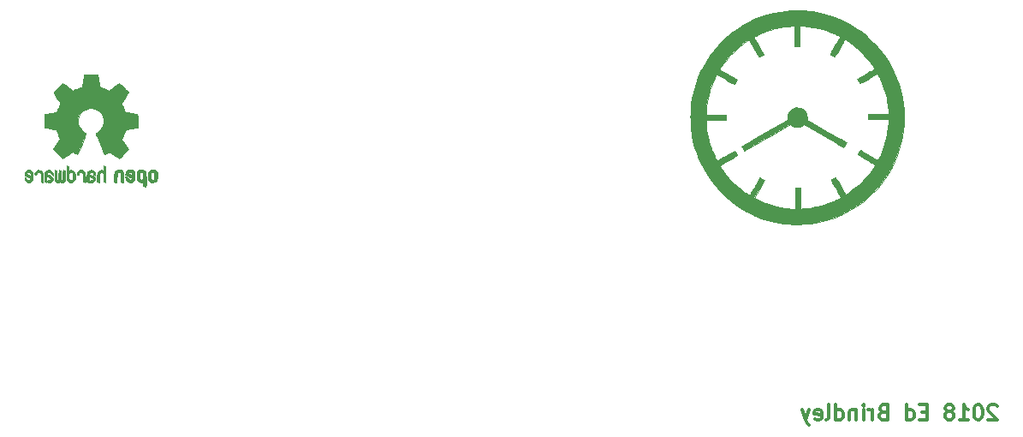
<source format=gbo>
G04 #@! TF.FileFunction,Legend,Bot*
%FSLAX46Y46*%
G04 Gerber Fmt 4.6, Leading zero omitted, Abs format (unit mm)*
G04 Created by KiCad (PCBNEW 4.0.7) date Sun Jan 21 13:03:22 2018*
%MOMM*%
%LPD*%
G01*
G04 APERTURE LIST*
%ADD10C,0.100000*%
%ADD11C,0.300000*%
%ADD12C,0.010000*%
G04 APERTURE END LIST*
D10*
D11*
X158197142Y-159341429D02*
X158125713Y-159270000D01*
X157982856Y-159198571D01*
X157625713Y-159198571D01*
X157482856Y-159270000D01*
X157411427Y-159341429D01*
X157339999Y-159484286D01*
X157339999Y-159627143D01*
X157411427Y-159841429D01*
X158268570Y-160698571D01*
X157339999Y-160698571D01*
X156411428Y-159198571D02*
X156268571Y-159198571D01*
X156125714Y-159270000D01*
X156054285Y-159341429D01*
X155982856Y-159484286D01*
X155911428Y-159770000D01*
X155911428Y-160127143D01*
X155982856Y-160412857D01*
X156054285Y-160555714D01*
X156125714Y-160627143D01*
X156268571Y-160698571D01*
X156411428Y-160698571D01*
X156554285Y-160627143D01*
X156625714Y-160555714D01*
X156697142Y-160412857D01*
X156768571Y-160127143D01*
X156768571Y-159770000D01*
X156697142Y-159484286D01*
X156625714Y-159341429D01*
X156554285Y-159270000D01*
X156411428Y-159198571D01*
X154482857Y-160698571D02*
X155340000Y-160698571D01*
X154911428Y-160698571D02*
X154911428Y-159198571D01*
X155054285Y-159412857D01*
X155197143Y-159555714D01*
X155340000Y-159627143D01*
X153625714Y-159841429D02*
X153768572Y-159770000D01*
X153840000Y-159698571D01*
X153911429Y-159555714D01*
X153911429Y-159484286D01*
X153840000Y-159341429D01*
X153768572Y-159270000D01*
X153625714Y-159198571D01*
X153340000Y-159198571D01*
X153197143Y-159270000D01*
X153125714Y-159341429D01*
X153054286Y-159484286D01*
X153054286Y-159555714D01*
X153125714Y-159698571D01*
X153197143Y-159770000D01*
X153340000Y-159841429D01*
X153625714Y-159841429D01*
X153768572Y-159912857D01*
X153840000Y-159984286D01*
X153911429Y-160127143D01*
X153911429Y-160412857D01*
X153840000Y-160555714D01*
X153768572Y-160627143D01*
X153625714Y-160698571D01*
X153340000Y-160698571D01*
X153197143Y-160627143D01*
X153125714Y-160555714D01*
X153054286Y-160412857D01*
X153054286Y-160127143D01*
X153125714Y-159984286D01*
X153197143Y-159912857D01*
X153340000Y-159841429D01*
X151268572Y-159912857D02*
X150768572Y-159912857D01*
X150554286Y-160698571D02*
X151268572Y-160698571D01*
X151268572Y-159198571D01*
X150554286Y-159198571D01*
X149268572Y-160698571D02*
X149268572Y-159198571D01*
X149268572Y-160627143D02*
X149411429Y-160698571D01*
X149697143Y-160698571D01*
X149840001Y-160627143D01*
X149911429Y-160555714D01*
X149982858Y-160412857D01*
X149982858Y-159984286D01*
X149911429Y-159841429D01*
X149840001Y-159770000D01*
X149697143Y-159698571D01*
X149411429Y-159698571D01*
X149268572Y-159770000D01*
X146911429Y-159912857D02*
X146697143Y-159984286D01*
X146625715Y-160055714D01*
X146554286Y-160198571D01*
X146554286Y-160412857D01*
X146625715Y-160555714D01*
X146697143Y-160627143D01*
X146840001Y-160698571D01*
X147411429Y-160698571D01*
X147411429Y-159198571D01*
X146911429Y-159198571D01*
X146768572Y-159270000D01*
X146697143Y-159341429D01*
X146625715Y-159484286D01*
X146625715Y-159627143D01*
X146697143Y-159770000D01*
X146768572Y-159841429D01*
X146911429Y-159912857D01*
X147411429Y-159912857D01*
X145911429Y-160698571D02*
X145911429Y-159698571D01*
X145911429Y-159984286D02*
X145840001Y-159841429D01*
X145768572Y-159770000D01*
X145625715Y-159698571D01*
X145482858Y-159698571D01*
X144982858Y-160698571D02*
X144982858Y-159698571D01*
X144982858Y-159198571D02*
X145054287Y-159270000D01*
X144982858Y-159341429D01*
X144911430Y-159270000D01*
X144982858Y-159198571D01*
X144982858Y-159341429D01*
X144268572Y-159698571D02*
X144268572Y-160698571D01*
X144268572Y-159841429D02*
X144197144Y-159770000D01*
X144054286Y-159698571D01*
X143840001Y-159698571D01*
X143697144Y-159770000D01*
X143625715Y-159912857D01*
X143625715Y-160698571D01*
X142268572Y-160698571D02*
X142268572Y-159198571D01*
X142268572Y-160627143D02*
X142411429Y-160698571D01*
X142697143Y-160698571D01*
X142840001Y-160627143D01*
X142911429Y-160555714D01*
X142982858Y-160412857D01*
X142982858Y-159984286D01*
X142911429Y-159841429D01*
X142840001Y-159770000D01*
X142697143Y-159698571D01*
X142411429Y-159698571D01*
X142268572Y-159770000D01*
X141340000Y-160698571D02*
X141482858Y-160627143D01*
X141554286Y-160484286D01*
X141554286Y-159198571D01*
X140197144Y-160627143D02*
X140340001Y-160698571D01*
X140625715Y-160698571D01*
X140768572Y-160627143D01*
X140840001Y-160484286D01*
X140840001Y-159912857D01*
X140768572Y-159770000D01*
X140625715Y-159698571D01*
X140340001Y-159698571D01*
X140197144Y-159770000D01*
X140125715Y-159912857D01*
X140125715Y-160055714D01*
X140840001Y-160198571D01*
X139625715Y-159698571D02*
X139268572Y-160698571D01*
X138911430Y-159698571D02*
X139268572Y-160698571D01*
X139411430Y-161055714D01*
X139482858Y-161127143D01*
X139625715Y-161198571D01*
D12*
G36*
X73408100Y-135941903D02*
X73296550Y-135997522D01*
X73198092Y-136099931D01*
X73170977Y-136137864D01*
X73141438Y-136187500D01*
X73122272Y-136241412D01*
X73111307Y-136313364D01*
X73106371Y-136417122D01*
X73105287Y-136554101D01*
X73110182Y-136741815D01*
X73127196Y-136882758D01*
X73159823Y-136987908D01*
X73211558Y-137068243D01*
X73285896Y-137134741D01*
X73291358Y-137138678D01*
X73364620Y-137178953D01*
X73452840Y-137198880D01*
X73565038Y-137203793D01*
X73747433Y-137203793D01*
X73747509Y-137380857D01*
X73749207Y-137479470D01*
X73759550Y-137537314D01*
X73786578Y-137572006D01*
X73838332Y-137601164D01*
X73850761Y-137607121D01*
X73908923Y-137635039D01*
X73953956Y-137652672D01*
X73987441Y-137654194D01*
X74010962Y-137633781D01*
X74026100Y-137585607D01*
X74034437Y-137503846D01*
X74037556Y-137382672D01*
X74037040Y-137216260D01*
X74034471Y-136998785D01*
X74033668Y-136933736D01*
X74030778Y-136709502D01*
X74028188Y-136562821D01*
X73747586Y-136562821D01*
X73746009Y-136687326D01*
X73739000Y-136768787D01*
X73723142Y-136822515D01*
X73695019Y-136863823D01*
X73675925Y-136883971D01*
X73597865Y-136942921D01*
X73528753Y-136947720D01*
X73457440Y-136899038D01*
X73455632Y-136897241D01*
X73426617Y-136859618D01*
X73408967Y-136808484D01*
X73400064Y-136729738D01*
X73397291Y-136609276D01*
X73397241Y-136582588D01*
X73403942Y-136416583D01*
X73425752Y-136301505D01*
X73465235Y-136231254D01*
X73524956Y-136199729D01*
X73559472Y-136196552D01*
X73641389Y-136211460D01*
X73697579Y-136260548D01*
X73731402Y-136350362D01*
X73746220Y-136487445D01*
X73747586Y-136562821D01*
X74028188Y-136562821D01*
X74027713Y-136535952D01*
X74023753Y-136405382D01*
X74018174Y-136310087D01*
X74010254Y-136242364D01*
X73999269Y-136194507D01*
X73984499Y-136158813D01*
X73965218Y-136127578D01*
X73956951Y-136115824D01*
X73847288Y-136004797D01*
X73708635Y-135941847D01*
X73548246Y-135924297D01*
X73408100Y-135941903D01*
X73408100Y-135941903D01*
G37*
X73408100Y-135941903D02*
X73296550Y-135997522D01*
X73198092Y-136099931D01*
X73170977Y-136137864D01*
X73141438Y-136187500D01*
X73122272Y-136241412D01*
X73111307Y-136313364D01*
X73106371Y-136417122D01*
X73105287Y-136554101D01*
X73110182Y-136741815D01*
X73127196Y-136882758D01*
X73159823Y-136987908D01*
X73211558Y-137068243D01*
X73285896Y-137134741D01*
X73291358Y-137138678D01*
X73364620Y-137178953D01*
X73452840Y-137198880D01*
X73565038Y-137203793D01*
X73747433Y-137203793D01*
X73747509Y-137380857D01*
X73749207Y-137479470D01*
X73759550Y-137537314D01*
X73786578Y-137572006D01*
X73838332Y-137601164D01*
X73850761Y-137607121D01*
X73908923Y-137635039D01*
X73953956Y-137652672D01*
X73987441Y-137654194D01*
X74010962Y-137633781D01*
X74026100Y-137585607D01*
X74034437Y-137503846D01*
X74037556Y-137382672D01*
X74037040Y-137216260D01*
X74034471Y-136998785D01*
X74033668Y-136933736D01*
X74030778Y-136709502D01*
X74028188Y-136562821D01*
X73747586Y-136562821D01*
X73746009Y-136687326D01*
X73739000Y-136768787D01*
X73723142Y-136822515D01*
X73695019Y-136863823D01*
X73675925Y-136883971D01*
X73597865Y-136942921D01*
X73528753Y-136947720D01*
X73457440Y-136899038D01*
X73455632Y-136897241D01*
X73426617Y-136859618D01*
X73408967Y-136808484D01*
X73400064Y-136729738D01*
X73397291Y-136609276D01*
X73397241Y-136582588D01*
X73403942Y-136416583D01*
X73425752Y-136301505D01*
X73465235Y-136231254D01*
X73524956Y-136199729D01*
X73559472Y-136196552D01*
X73641389Y-136211460D01*
X73697579Y-136260548D01*
X73731402Y-136350362D01*
X73746220Y-136487445D01*
X73747586Y-136562821D01*
X74028188Y-136562821D01*
X74027713Y-136535952D01*
X74023753Y-136405382D01*
X74018174Y-136310087D01*
X74010254Y-136242364D01*
X73999269Y-136194507D01*
X73984499Y-136158813D01*
X73965218Y-136127578D01*
X73956951Y-136115824D01*
X73847288Y-136004797D01*
X73708635Y-135941847D01*
X73548246Y-135924297D01*
X73408100Y-135941903D01*
G36*
X71162571Y-135957719D02*
X71068877Y-136011914D01*
X71003736Y-136065707D01*
X70956093Y-136122066D01*
X70923272Y-136190987D01*
X70902594Y-136282468D01*
X70891380Y-136406506D01*
X70886951Y-136573098D01*
X70886437Y-136692851D01*
X70886437Y-137133659D01*
X71010517Y-137189283D01*
X71134598Y-137244907D01*
X71149195Y-136762095D01*
X71155227Y-136581779D01*
X71161555Y-136450901D01*
X71169394Y-136360511D01*
X71179963Y-136301664D01*
X71194477Y-136265413D01*
X71214152Y-136242810D01*
X71220465Y-136237917D01*
X71316112Y-136199706D01*
X71412793Y-136214827D01*
X71470345Y-136254943D01*
X71493755Y-136283370D01*
X71509961Y-136320672D01*
X71520259Y-136377223D01*
X71525951Y-136463394D01*
X71528336Y-136589558D01*
X71528736Y-136721042D01*
X71528814Y-136885999D01*
X71531639Y-137002761D01*
X71541093Y-137081510D01*
X71561060Y-137132431D01*
X71595424Y-137165706D01*
X71648068Y-137191520D01*
X71718383Y-137218344D01*
X71795180Y-137247542D01*
X71786038Y-136729346D01*
X71782357Y-136542539D01*
X71778050Y-136404490D01*
X71771877Y-136305568D01*
X71762598Y-136236145D01*
X71748973Y-136186590D01*
X71729761Y-136147273D01*
X71706598Y-136112584D01*
X71594848Y-136001770D01*
X71458487Y-135937689D01*
X71310175Y-135922339D01*
X71162571Y-135957719D01*
X71162571Y-135957719D01*
G37*
X71162571Y-135957719D02*
X71068877Y-136011914D01*
X71003736Y-136065707D01*
X70956093Y-136122066D01*
X70923272Y-136190987D01*
X70902594Y-136282468D01*
X70891380Y-136406506D01*
X70886951Y-136573098D01*
X70886437Y-136692851D01*
X70886437Y-137133659D01*
X71010517Y-137189283D01*
X71134598Y-137244907D01*
X71149195Y-136762095D01*
X71155227Y-136581779D01*
X71161555Y-136450901D01*
X71169394Y-136360511D01*
X71179963Y-136301664D01*
X71194477Y-136265413D01*
X71214152Y-136242810D01*
X71220465Y-136237917D01*
X71316112Y-136199706D01*
X71412793Y-136214827D01*
X71470345Y-136254943D01*
X71493755Y-136283370D01*
X71509961Y-136320672D01*
X71520259Y-136377223D01*
X71525951Y-136463394D01*
X71528336Y-136589558D01*
X71528736Y-136721042D01*
X71528814Y-136885999D01*
X71531639Y-137002761D01*
X71541093Y-137081510D01*
X71561060Y-137132431D01*
X71595424Y-137165706D01*
X71648068Y-137191520D01*
X71718383Y-137218344D01*
X71795180Y-137247542D01*
X71786038Y-136729346D01*
X71782357Y-136542539D01*
X71778050Y-136404490D01*
X71771877Y-136305568D01*
X71762598Y-136236145D01*
X71748973Y-136186590D01*
X71729761Y-136147273D01*
X71706598Y-136112584D01*
X71594848Y-136001770D01*
X71458487Y-135937689D01*
X71310175Y-135922339D01*
X71162571Y-135957719D01*
G36*
X74531779Y-135946015D02*
X74394939Y-136017968D01*
X74293949Y-136133766D01*
X74258075Y-136208213D01*
X74230161Y-136319992D01*
X74215871Y-136461227D01*
X74214516Y-136615371D01*
X74225405Y-136765879D01*
X74247847Y-136896205D01*
X74281150Y-136989803D01*
X74291385Y-137005922D01*
X74412618Y-137126249D01*
X74556613Y-137198317D01*
X74712861Y-137219408D01*
X74870852Y-137186802D01*
X74914820Y-137167253D01*
X75000444Y-137107012D01*
X75075592Y-137027135D01*
X75082694Y-137017004D01*
X75111561Y-136968181D01*
X75130643Y-136915990D01*
X75141916Y-136847285D01*
X75147355Y-136748918D01*
X75148938Y-136607744D01*
X75148965Y-136576092D01*
X75148893Y-136566019D01*
X74857011Y-136566019D01*
X74855313Y-136699256D01*
X74848628Y-136787674D01*
X74834575Y-136844785D01*
X74810771Y-136884102D01*
X74798621Y-136897241D01*
X74728764Y-136947172D01*
X74660941Y-136944895D01*
X74592365Y-136901584D01*
X74551465Y-136855346D01*
X74527242Y-136787857D01*
X74513639Y-136681433D01*
X74512706Y-136669020D01*
X74510384Y-136476147D01*
X74534650Y-136332900D01*
X74585176Y-136240160D01*
X74661632Y-136198807D01*
X74688924Y-136196552D01*
X74760589Y-136207893D01*
X74809610Y-136247184D01*
X74839582Y-136322326D01*
X74854101Y-136441222D01*
X74857011Y-136566019D01*
X75148893Y-136566019D01*
X75147878Y-136425659D01*
X75143312Y-136320549D01*
X75133312Y-136247714D01*
X75115921Y-136194108D01*
X75089184Y-136146681D01*
X75083276Y-136137864D01*
X74983968Y-136019007D01*
X74875758Y-135950008D01*
X74744019Y-135922619D01*
X74699283Y-135921281D01*
X74531779Y-135946015D01*
X74531779Y-135946015D01*
G37*
X74531779Y-135946015D02*
X74394939Y-136017968D01*
X74293949Y-136133766D01*
X74258075Y-136208213D01*
X74230161Y-136319992D01*
X74215871Y-136461227D01*
X74214516Y-136615371D01*
X74225405Y-136765879D01*
X74247847Y-136896205D01*
X74281150Y-136989803D01*
X74291385Y-137005922D01*
X74412618Y-137126249D01*
X74556613Y-137198317D01*
X74712861Y-137219408D01*
X74870852Y-137186802D01*
X74914820Y-137167253D01*
X75000444Y-137107012D01*
X75075592Y-137027135D01*
X75082694Y-137017004D01*
X75111561Y-136968181D01*
X75130643Y-136915990D01*
X75141916Y-136847285D01*
X75147355Y-136748918D01*
X75148938Y-136607744D01*
X75148965Y-136576092D01*
X75148893Y-136566019D01*
X74857011Y-136566019D01*
X74855313Y-136699256D01*
X74848628Y-136787674D01*
X74834575Y-136844785D01*
X74810771Y-136884102D01*
X74798621Y-136897241D01*
X74728764Y-136947172D01*
X74660941Y-136944895D01*
X74592365Y-136901584D01*
X74551465Y-136855346D01*
X74527242Y-136787857D01*
X74513639Y-136681433D01*
X74512706Y-136669020D01*
X74510384Y-136476147D01*
X74534650Y-136332900D01*
X74585176Y-136240160D01*
X74661632Y-136198807D01*
X74688924Y-136196552D01*
X74760589Y-136207893D01*
X74809610Y-136247184D01*
X74839582Y-136322326D01*
X74854101Y-136441222D01*
X74857011Y-136566019D01*
X75148893Y-136566019D01*
X75147878Y-136425659D01*
X75143312Y-136320549D01*
X75133312Y-136247714D01*
X75115921Y-136194108D01*
X75089184Y-136146681D01*
X75083276Y-136137864D01*
X74983968Y-136019007D01*
X74875758Y-135950008D01*
X74744019Y-135922619D01*
X74699283Y-135921281D01*
X74531779Y-135946015D01*
G36*
X72264448Y-135964676D02*
X72149342Y-136042111D01*
X72060389Y-136153949D01*
X72007251Y-136296265D01*
X71996503Y-136401015D01*
X71997724Y-136444726D01*
X72007944Y-136478194D01*
X72036039Y-136508179D01*
X72090884Y-136541440D01*
X72181355Y-136584738D01*
X72316328Y-136644833D01*
X72317011Y-136645134D01*
X72441249Y-136702037D01*
X72543127Y-136752565D01*
X72612233Y-136791280D01*
X72638154Y-136812740D01*
X72638161Y-136812913D01*
X72615315Y-136859644D01*
X72561891Y-136911154D01*
X72500558Y-136948261D01*
X72469485Y-136955632D01*
X72384711Y-136930138D01*
X72311707Y-136866291D01*
X72276087Y-136796094D01*
X72241820Y-136744343D01*
X72174697Y-136685409D01*
X72095792Y-136634496D01*
X72026179Y-136606809D01*
X72011623Y-136605287D01*
X71995237Y-136630321D01*
X71994250Y-136694311D01*
X72006292Y-136780593D01*
X72028993Y-136872501D01*
X72059986Y-136953369D01*
X72061552Y-136956509D01*
X72154819Y-137086734D01*
X72275696Y-137175311D01*
X72412973Y-137218786D01*
X72555440Y-137213706D01*
X72691888Y-137156616D01*
X72697955Y-137152602D01*
X72805290Y-137055326D01*
X72875868Y-136928409D01*
X72914926Y-136761526D01*
X72920168Y-136714639D01*
X72929452Y-136493329D01*
X72918322Y-136390124D01*
X72638161Y-136390124D01*
X72634521Y-136454503D01*
X72614611Y-136473291D01*
X72564974Y-136459235D01*
X72486733Y-136426009D01*
X72399274Y-136384359D01*
X72397101Y-136383256D01*
X72322970Y-136344265D01*
X72293219Y-136318244D01*
X72300555Y-136290965D01*
X72331447Y-136255121D01*
X72410040Y-136203251D01*
X72494677Y-136199439D01*
X72570597Y-136237189D01*
X72623035Y-136310001D01*
X72638161Y-136390124D01*
X72918322Y-136390124D01*
X72910356Y-136316261D01*
X72861366Y-136175829D01*
X72793164Y-136077447D01*
X72670065Y-135978030D01*
X72534472Y-135928711D01*
X72396045Y-135925568D01*
X72264448Y-135964676D01*
X72264448Y-135964676D01*
G37*
X72264448Y-135964676D02*
X72149342Y-136042111D01*
X72060389Y-136153949D01*
X72007251Y-136296265D01*
X71996503Y-136401015D01*
X71997724Y-136444726D01*
X72007944Y-136478194D01*
X72036039Y-136508179D01*
X72090884Y-136541440D01*
X72181355Y-136584738D01*
X72316328Y-136644833D01*
X72317011Y-136645134D01*
X72441249Y-136702037D01*
X72543127Y-136752565D01*
X72612233Y-136791280D01*
X72638154Y-136812740D01*
X72638161Y-136812913D01*
X72615315Y-136859644D01*
X72561891Y-136911154D01*
X72500558Y-136948261D01*
X72469485Y-136955632D01*
X72384711Y-136930138D01*
X72311707Y-136866291D01*
X72276087Y-136796094D01*
X72241820Y-136744343D01*
X72174697Y-136685409D01*
X72095792Y-136634496D01*
X72026179Y-136606809D01*
X72011623Y-136605287D01*
X71995237Y-136630321D01*
X71994250Y-136694311D01*
X72006292Y-136780593D01*
X72028993Y-136872501D01*
X72059986Y-136953369D01*
X72061552Y-136956509D01*
X72154819Y-137086734D01*
X72275696Y-137175311D01*
X72412973Y-137218786D01*
X72555440Y-137213706D01*
X72691888Y-137156616D01*
X72697955Y-137152602D01*
X72805290Y-137055326D01*
X72875868Y-136928409D01*
X72914926Y-136761526D01*
X72920168Y-136714639D01*
X72929452Y-136493329D01*
X72918322Y-136390124D01*
X72638161Y-136390124D01*
X72634521Y-136454503D01*
X72614611Y-136473291D01*
X72564974Y-136459235D01*
X72486733Y-136426009D01*
X72399274Y-136384359D01*
X72397101Y-136383256D01*
X72322970Y-136344265D01*
X72293219Y-136318244D01*
X72300555Y-136290965D01*
X72331447Y-136255121D01*
X72410040Y-136203251D01*
X72494677Y-136199439D01*
X72570597Y-136237189D01*
X72623035Y-136310001D01*
X72638161Y-136390124D01*
X72918322Y-136390124D01*
X72910356Y-136316261D01*
X72861366Y-136175829D01*
X72793164Y-136077447D01*
X72670065Y-135978030D01*
X72534472Y-135928711D01*
X72396045Y-135925568D01*
X72264448Y-135964676D01*
G36*
X69835402Y-135803857D02*
X69826846Y-135923188D01*
X69817019Y-135993506D01*
X69803401Y-136024179D01*
X69783473Y-136024571D01*
X69777011Y-136020910D01*
X69691060Y-135994398D01*
X69579255Y-135995946D01*
X69465586Y-136023199D01*
X69394490Y-136058455D01*
X69321595Y-136114778D01*
X69268307Y-136178519D01*
X69231725Y-136259510D01*
X69208950Y-136367586D01*
X69197081Y-136512580D01*
X69193218Y-136704326D01*
X69193149Y-136741109D01*
X69193103Y-137154288D01*
X69285046Y-137186339D01*
X69350348Y-137208144D01*
X69386176Y-137218297D01*
X69387230Y-137218391D01*
X69390758Y-137190860D01*
X69393761Y-137114923D01*
X69396010Y-137000565D01*
X69397276Y-136857769D01*
X69397471Y-136770951D01*
X69397877Y-136599773D01*
X69399968Y-136477088D01*
X69405053Y-136393000D01*
X69414440Y-136337614D01*
X69429439Y-136301032D01*
X69451358Y-136273359D01*
X69465043Y-136260032D01*
X69559051Y-136206328D01*
X69661636Y-136202307D01*
X69754710Y-136247725D01*
X69771922Y-136264123D01*
X69797168Y-136294957D01*
X69814680Y-136331531D01*
X69825858Y-136384415D01*
X69832104Y-136464177D01*
X69834818Y-136581385D01*
X69835402Y-136742991D01*
X69835402Y-137154288D01*
X69927345Y-137186339D01*
X69992647Y-137208144D01*
X70028475Y-137218297D01*
X70029529Y-137218391D01*
X70032225Y-137190448D01*
X70034655Y-137111630D01*
X70036722Y-136989453D01*
X70038329Y-136831432D01*
X70039377Y-136645083D01*
X70039769Y-136437920D01*
X70039770Y-136428706D01*
X70039770Y-135639020D01*
X69944885Y-135598997D01*
X69850000Y-135558973D01*
X69835402Y-135803857D01*
X69835402Y-135803857D01*
G37*
X69835402Y-135803857D02*
X69826846Y-135923188D01*
X69817019Y-135993506D01*
X69803401Y-136024179D01*
X69783473Y-136024571D01*
X69777011Y-136020910D01*
X69691060Y-135994398D01*
X69579255Y-135995946D01*
X69465586Y-136023199D01*
X69394490Y-136058455D01*
X69321595Y-136114778D01*
X69268307Y-136178519D01*
X69231725Y-136259510D01*
X69208950Y-136367586D01*
X69197081Y-136512580D01*
X69193218Y-136704326D01*
X69193149Y-136741109D01*
X69193103Y-137154288D01*
X69285046Y-137186339D01*
X69350348Y-137208144D01*
X69386176Y-137218297D01*
X69387230Y-137218391D01*
X69390758Y-137190860D01*
X69393761Y-137114923D01*
X69396010Y-137000565D01*
X69397276Y-136857769D01*
X69397471Y-136770951D01*
X69397877Y-136599773D01*
X69399968Y-136477088D01*
X69405053Y-136393000D01*
X69414440Y-136337614D01*
X69429439Y-136301032D01*
X69451358Y-136273359D01*
X69465043Y-136260032D01*
X69559051Y-136206328D01*
X69661636Y-136202307D01*
X69754710Y-136247725D01*
X69771922Y-136264123D01*
X69797168Y-136294957D01*
X69814680Y-136331531D01*
X69825858Y-136384415D01*
X69832104Y-136464177D01*
X69834818Y-136581385D01*
X69835402Y-136742991D01*
X69835402Y-137154288D01*
X69927345Y-137186339D01*
X69992647Y-137208144D01*
X70028475Y-137218297D01*
X70029529Y-137218391D01*
X70032225Y-137190448D01*
X70034655Y-137111630D01*
X70036722Y-136989453D01*
X70038329Y-136831432D01*
X70039377Y-136645083D01*
X70039769Y-136437920D01*
X70039770Y-136428706D01*
X70039770Y-135639020D01*
X69944885Y-135598997D01*
X69850000Y-135558973D01*
X69835402Y-135803857D01*
G36*
X68500056Y-136004360D02*
X68385657Y-136046842D01*
X68384348Y-136047658D01*
X68313597Y-136099730D01*
X68261364Y-136160584D01*
X68224629Y-136239887D01*
X68200366Y-136347309D01*
X68185555Y-136492517D01*
X68177171Y-136685179D01*
X68176436Y-136712628D01*
X68165880Y-137126521D01*
X68254709Y-137172456D01*
X68318982Y-137203498D01*
X68357790Y-137218206D01*
X68359585Y-137218391D01*
X68366300Y-137191250D01*
X68371635Y-137118041D01*
X68374917Y-137011081D01*
X68375632Y-136924469D01*
X68375649Y-136784162D01*
X68382063Y-136696051D01*
X68404420Y-136654025D01*
X68452268Y-136651975D01*
X68535151Y-136683790D01*
X68660287Y-136742272D01*
X68752303Y-136790845D01*
X68799629Y-136832986D01*
X68813542Y-136878916D01*
X68813563Y-136881189D01*
X68790605Y-136960311D01*
X68722630Y-137003055D01*
X68618602Y-137009246D01*
X68543670Y-137008172D01*
X68504161Y-137029753D01*
X68479522Y-137081591D01*
X68465341Y-137147632D01*
X68485777Y-137185104D01*
X68493472Y-137190467D01*
X68565917Y-137212006D01*
X68667367Y-137215055D01*
X68771843Y-137200778D01*
X68845875Y-137174688D01*
X68948228Y-137087785D01*
X69006409Y-136966816D01*
X69017931Y-136872308D01*
X69009138Y-136787062D01*
X68977320Y-136717476D01*
X68914316Y-136655672D01*
X68811969Y-136593772D01*
X68662118Y-136523897D01*
X68652988Y-136519948D01*
X68518003Y-136457588D01*
X68434706Y-136406446D01*
X68399003Y-136360488D01*
X68406797Y-136313683D01*
X68453993Y-136259998D01*
X68468106Y-136247644D01*
X68562641Y-136199741D01*
X68660594Y-136201758D01*
X68745903Y-136248724D01*
X68802504Y-136335669D01*
X68807763Y-136352734D01*
X68858977Y-136435504D01*
X68923963Y-136475372D01*
X69017931Y-136514882D01*
X69017931Y-136412658D01*
X68989347Y-136264072D01*
X68904505Y-136127784D01*
X68860355Y-136082191D01*
X68759995Y-136023674D01*
X68632365Y-135997184D01*
X68500056Y-136004360D01*
X68500056Y-136004360D01*
G37*
X68500056Y-136004360D02*
X68385657Y-136046842D01*
X68384348Y-136047658D01*
X68313597Y-136099730D01*
X68261364Y-136160584D01*
X68224629Y-136239887D01*
X68200366Y-136347309D01*
X68185555Y-136492517D01*
X68177171Y-136685179D01*
X68176436Y-136712628D01*
X68165880Y-137126521D01*
X68254709Y-137172456D01*
X68318982Y-137203498D01*
X68357790Y-137218206D01*
X68359585Y-137218391D01*
X68366300Y-137191250D01*
X68371635Y-137118041D01*
X68374917Y-137011081D01*
X68375632Y-136924469D01*
X68375649Y-136784162D01*
X68382063Y-136696051D01*
X68404420Y-136654025D01*
X68452268Y-136651975D01*
X68535151Y-136683790D01*
X68660287Y-136742272D01*
X68752303Y-136790845D01*
X68799629Y-136832986D01*
X68813542Y-136878916D01*
X68813563Y-136881189D01*
X68790605Y-136960311D01*
X68722630Y-137003055D01*
X68618602Y-137009246D01*
X68543670Y-137008172D01*
X68504161Y-137029753D01*
X68479522Y-137081591D01*
X68465341Y-137147632D01*
X68485777Y-137185104D01*
X68493472Y-137190467D01*
X68565917Y-137212006D01*
X68667367Y-137215055D01*
X68771843Y-137200778D01*
X68845875Y-137174688D01*
X68948228Y-137087785D01*
X69006409Y-136966816D01*
X69017931Y-136872308D01*
X69009138Y-136787062D01*
X68977320Y-136717476D01*
X68914316Y-136655672D01*
X68811969Y-136593772D01*
X68662118Y-136523897D01*
X68652988Y-136519948D01*
X68518003Y-136457588D01*
X68434706Y-136406446D01*
X68399003Y-136360488D01*
X68406797Y-136313683D01*
X68453993Y-136259998D01*
X68468106Y-136247644D01*
X68562641Y-136199741D01*
X68660594Y-136201758D01*
X68745903Y-136248724D01*
X68802504Y-136335669D01*
X68807763Y-136352734D01*
X68858977Y-136435504D01*
X68923963Y-136475372D01*
X69017931Y-136514882D01*
X69017931Y-136412658D01*
X68989347Y-136264072D01*
X68904505Y-136127784D01*
X68860355Y-136082191D01*
X68759995Y-136023674D01*
X68632365Y-135997184D01*
X68500056Y-136004360D01*
G36*
X67514057Y-136001920D02*
X67381435Y-136050859D01*
X67273990Y-136137419D01*
X67231968Y-136198352D01*
X67186157Y-136310161D01*
X67187109Y-136391006D01*
X67235192Y-136445378D01*
X67252983Y-136454624D01*
X67329796Y-136483450D01*
X67369024Y-136476065D01*
X67382311Y-136427658D01*
X67382988Y-136400920D01*
X67407314Y-136302548D01*
X67470719Y-136233734D01*
X67558846Y-136200498D01*
X67657337Y-136208861D01*
X67737398Y-136252296D01*
X67764439Y-136277072D01*
X67783606Y-136307129D01*
X67796554Y-136352565D01*
X67804936Y-136423476D01*
X67810407Y-136529960D01*
X67814622Y-136682112D01*
X67815713Y-136730287D01*
X67819693Y-136895095D01*
X67824219Y-137011088D01*
X67831005Y-137087833D01*
X67841769Y-137134893D01*
X67858227Y-137161835D01*
X67882094Y-137178223D01*
X67897374Y-137185463D01*
X67962267Y-137210220D01*
X68000466Y-137218391D01*
X68013088Y-137191103D01*
X68020792Y-137108603D01*
X68023620Y-136969941D01*
X68021614Y-136774162D01*
X68020989Y-136743965D01*
X68016579Y-136565349D01*
X68011365Y-136434923D01*
X68003945Y-136342492D01*
X67992918Y-136277858D01*
X67976883Y-136230825D01*
X67954439Y-136191196D01*
X67942698Y-136174215D01*
X67875381Y-136099080D01*
X67800090Y-136040638D01*
X67790872Y-136035536D01*
X67655867Y-135995260D01*
X67514057Y-136001920D01*
X67514057Y-136001920D01*
G37*
X67514057Y-136001920D02*
X67381435Y-136050859D01*
X67273990Y-136137419D01*
X67231968Y-136198352D01*
X67186157Y-136310161D01*
X67187109Y-136391006D01*
X67235192Y-136445378D01*
X67252983Y-136454624D01*
X67329796Y-136483450D01*
X67369024Y-136476065D01*
X67382311Y-136427658D01*
X67382988Y-136400920D01*
X67407314Y-136302548D01*
X67470719Y-136233734D01*
X67558846Y-136200498D01*
X67657337Y-136208861D01*
X67737398Y-136252296D01*
X67764439Y-136277072D01*
X67783606Y-136307129D01*
X67796554Y-136352565D01*
X67804936Y-136423476D01*
X67810407Y-136529960D01*
X67814622Y-136682112D01*
X67815713Y-136730287D01*
X67819693Y-136895095D01*
X67824219Y-137011088D01*
X67831005Y-137087833D01*
X67841769Y-137134893D01*
X67858227Y-137161835D01*
X67882094Y-137178223D01*
X67897374Y-137185463D01*
X67962267Y-137210220D01*
X68000466Y-137218391D01*
X68013088Y-137191103D01*
X68020792Y-137108603D01*
X68023620Y-136969941D01*
X68021614Y-136774162D01*
X68020989Y-136743965D01*
X68016579Y-136565349D01*
X68011365Y-136434923D01*
X68003945Y-136342492D01*
X67992918Y-136277858D01*
X67976883Y-136230825D01*
X67954439Y-136191196D01*
X67942698Y-136174215D01*
X67875381Y-136099080D01*
X67800090Y-136040638D01*
X67790872Y-136035536D01*
X67655867Y-135995260D01*
X67514057Y-136001920D01*
G36*
X66186086Y-136234455D02*
X66186457Y-136452661D01*
X66187892Y-136620519D01*
X66190998Y-136746070D01*
X66196378Y-136837355D01*
X66204638Y-136902415D01*
X66216384Y-136949291D01*
X66232219Y-136986024D01*
X66244210Y-137006991D01*
X66343510Y-137120694D01*
X66469412Y-137191965D01*
X66608709Y-137217538D01*
X66748195Y-137194150D01*
X66831257Y-137152119D01*
X66918455Y-137079411D01*
X66977883Y-136990612D01*
X67013739Y-136874320D01*
X67030219Y-136719135D01*
X67032553Y-136605287D01*
X67032239Y-136597106D01*
X66828276Y-136597106D01*
X66827030Y-136727657D01*
X66821322Y-136814080D01*
X66808196Y-136870618D01*
X66784694Y-136911514D01*
X66756614Y-136942362D01*
X66662312Y-137001905D01*
X66561060Y-137006992D01*
X66465364Y-136957279D01*
X66457916Y-136950543D01*
X66426126Y-136915502D01*
X66406192Y-136873811D01*
X66395400Y-136811762D01*
X66391035Y-136715644D01*
X66390345Y-136609379D01*
X66391841Y-136475880D01*
X66398036Y-136386822D01*
X66411486Y-136328293D01*
X66434749Y-136286382D01*
X66453825Y-136264123D01*
X66542437Y-136207985D01*
X66644492Y-136201235D01*
X66741905Y-136244114D01*
X66760704Y-136260032D01*
X66792707Y-136295382D01*
X66812682Y-136337502D01*
X66823407Y-136400251D01*
X66827661Y-136497487D01*
X66828276Y-136597106D01*
X67032239Y-136597106D01*
X67025496Y-136421947D01*
X67001528Y-136284195D01*
X66956452Y-136180632D01*
X66886072Y-136099856D01*
X66831257Y-136058455D01*
X66731624Y-136013728D01*
X66616145Y-135992967D01*
X66508801Y-135998525D01*
X66448736Y-136020943D01*
X66425165Y-136027323D01*
X66409523Y-136003535D01*
X66398605Y-135939788D01*
X66390345Y-135842687D01*
X66381301Y-135734541D01*
X66368739Y-135669475D01*
X66345881Y-135632268D01*
X66305949Y-135607699D01*
X66280862Y-135596819D01*
X66185977Y-135557072D01*
X66186086Y-136234455D01*
X66186086Y-136234455D01*
G37*
X66186086Y-136234455D02*
X66186457Y-136452661D01*
X66187892Y-136620519D01*
X66190998Y-136746070D01*
X66196378Y-136837355D01*
X66204638Y-136902415D01*
X66216384Y-136949291D01*
X66232219Y-136986024D01*
X66244210Y-137006991D01*
X66343510Y-137120694D01*
X66469412Y-137191965D01*
X66608709Y-137217538D01*
X66748195Y-137194150D01*
X66831257Y-137152119D01*
X66918455Y-137079411D01*
X66977883Y-136990612D01*
X67013739Y-136874320D01*
X67030219Y-136719135D01*
X67032553Y-136605287D01*
X67032239Y-136597106D01*
X66828276Y-136597106D01*
X66827030Y-136727657D01*
X66821322Y-136814080D01*
X66808196Y-136870618D01*
X66784694Y-136911514D01*
X66756614Y-136942362D01*
X66662312Y-137001905D01*
X66561060Y-137006992D01*
X66465364Y-136957279D01*
X66457916Y-136950543D01*
X66426126Y-136915502D01*
X66406192Y-136873811D01*
X66395400Y-136811762D01*
X66391035Y-136715644D01*
X66390345Y-136609379D01*
X66391841Y-136475880D01*
X66398036Y-136386822D01*
X66411486Y-136328293D01*
X66434749Y-136286382D01*
X66453825Y-136264123D01*
X66542437Y-136207985D01*
X66644492Y-136201235D01*
X66741905Y-136244114D01*
X66760704Y-136260032D01*
X66792707Y-136295382D01*
X66812682Y-136337502D01*
X66823407Y-136400251D01*
X66827661Y-136497487D01*
X66828276Y-136597106D01*
X67032239Y-136597106D01*
X67025496Y-136421947D01*
X67001528Y-136284195D01*
X66956452Y-136180632D01*
X66886072Y-136099856D01*
X66831257Y-136058455D01*
X66731624Y-136013728D01*
X66616145Y-135992967D01*
X66508801Y-135998525D01*
X66448736Y-136020943D01*
X66425165Y-136027323D01*
X66409523Y-136003535D01*
X66398605Y-135939788D01*
X66390345Y-135842687D01*
X66381301Y-135734541D01*
X66368739Y-135669475D01*
X66345881Y-135632268D01*
X66305949Y-135607699D01*
X66280862Y-135596819D01*
X66185977Y-135557072D01*
X66186086Y-136234455D01*
G36*
X64999876Y-136019840D02*
X64995421Y-136096653D01*
X64991929Y-136213391D01*
X64989685Y-136360821D01*
X64988965Y-136515455D01*
X64988965Y-137038727D01*
X65081355Y-137131117D01*
X65145022Y-137188047D01*
X65200911Y-137211107D01*
X65277298Y-137209647D01*
X65307620Y-137205934D01*
X65402390Y-137195126D01*
X65480778Y-137188933D01*
X65499885Y-137188361D01*
X65564301Y-137192102D01*
X65656429Y-137201494D01*
X65692150Y-137205934D01*
X65779886Y-137212801D01*
X65838847Y-137197885D01*
X65897310Y-137151835D01*
X65918415Y-137131117D01*
X66010805Y-137038727D01*
X66010805Y-136059947D01*
X65936442Y-136026066D01*
X65872410Y-136000970D01*
X65834948Y-135992184D01*
X65825343Y-136019950D01*
X65816365Y-136097530D01*
X65808614Y-136216348D01*
X65802686Y-136367828D01*
X65799827Y-136495805D01*
X65791839Y-136999425D01*
X65722152Y-137009278D01*
X65658771Y-137002389D01*
X65627714Y-136980083D01*
X65619033Y-136938379D01*
X65611622Y-136849544D01*
X65606069Y-136724834D01*
X65602964Y-136575507D01*
X65602516Y-136498661D01*
X65602069Y-136056287D01*
X65510126Y-136024235D01*
X65445051Y-136002443D01*
X65409653Y-135992281D01*
X65408632Y-135992184D01*
X65405080Y-136019809D01*
X65401177Y-136096411D01*
X65397249Y-136212579D01*
X65393624Y-136358904D01*
X65391092Y-136495805D01*
X65383103Y-136999425D01*
X65207931Y-136999425D01*
X65199893Y-136539965D01*
X65191854Y-136080505D01*
X65106457Y-136036344D01*
X65043407Y-136006019D01*
X65006090Y-135992258D01*
X65005013Y-135992184D01*
X64999876Y-136019840D01*
X64999876Y-136019840D01*
G37*
X64999876Y-136019840D02*
X64995421Y-136096653D01*
X64991929Y-136213391D01*
X64989685Y-136360821D01*
X64988965Y-136515455D01*
X64988965Y-137038727D01*
X65081355Y-137131117D01*
X65145022Y-137188047D01*
X65200911Y-137211107D01*
X65277298Y-137209647D01*
X65307620Y-137205934D01*
X65402390Y-137195126D01*
X65480778Y-137188933D01*
X65499885Y-137188361D01*
X65564301Y-137192102D01*
X65656429Y-137201494D01*
X65692150Y-137205934D01*
X65779886Y-137212801D01*
X65838847Y-137197885D01*
X65897310Y-137151835D01*
X65918415Y-137131117D01*
X66010805Y-137038727D01*
X66010805Y-136059947D01*
X65936442Y-136026066D01*
X65872410Y-136000970D01*
X65834948Y-135992184D01*
X65825343Y-136019950D01*
X65816365Y-136097530D01*
X65808614Y-136216348D01*
X65802686Y-136367828D01*
X65799827Y-136495805D01*
X65791839Y-136999425D01*
X65722152Y-137009278D01*
X65658771Y-137002389D01*
X65627714Y-136980083D01*
X65619033Y-136938379D01*
X65611622Y-136849544D01*
X65606069Y-136724834D01*
X65602964Y-136575507D01*
X65602516Y-136498661D01*
X65602069Y-136056287D01*
X65510126Y-136024235D01*
X65445051Y-136002443D01*
X65409653Y-135992281D01*
X65408632Y-135992184D01*
X65405080Y-136019809D01*
X65401177Y-136096411D01*
X65397249Y-136212579D01*
X65393624Y-136358904D01*
X65391092Y-136495805D01*
X65383103Y-136999425D01*
X65207931Y-136999425D01*
X65199893Y-136539965D01*
X65191854Y-136080505D01*
X65106457Y-136036344D01*
X65043407Y-136006019D01*
X65006090Y-135992258D01*
X65005013Y-135992184D01*
X64999876Y-136019840D01*
G36*
X64265594Y-136015156D02*
X64181531Y-136053393D01*
X64115550Y-136099726D01*
X64067206Y-136151532D01*
X64033828Y-136218363D01*
X64012747Y-136309769D01*
X64001293Y-136435301D01*
X63996797Y-136604508D01*
X63996322Y-136715933D01*
X63996322Y-137150627D01*
X64070684Y-137184509D01*
X64129254Y-137209272D01*
X64158270Y-137218391D01*
X64163821Y-137191257D01*
X64168225Y-137118094D01*
X64170922Y-137011263D01*
X64171494Y-136926437D01*
X64173954Y-136803887D01*
X64180588Y-136706668D01*
X64190274Y-136647134D01*
X64197968Y-136634483D01*
X64249689Y-136647402D01*
X64330883Y-136680539D01*
X64424898Y-136725461D01*
X64515083Y-136773735D01*
X64584785Y-136816928D01*
X64617352Y-136846608D01*
X64617481Y-136846929D01*
X64614680Y-136901857D01*
X64589561Y-136954292D01*
X64545459Y-136996881D01*
X64481091Y-137011126D01*
X64426079Y-137009466D01*
X64348165Y-137008245D01*
X64307268Y-137026498D01*
X64282705Y-137074726D01*
X64279608Y-137083820D01*
X64268960Y-137152598D01*
X64297435Y-137194360D01*
X64371656Y-137214263D01*
X64451832Y-137217944D01*
X64596110Y-137190658D01*
X64670797Y-137151690D01*
X64763037Y-137060148D01*
X64811957Y-136947782D01*
X64816346Y-136829051D01*
X64774999Y-136718411D01*
X64712803Y-136649080D01*
X64650706Y-136610265D01*
X64553105Y-136561125D01*
X64439368Y-136511292D01*
X64420410Y-136503677D01*
X64295479Y-136448545D01*
X64223461Y-136399954D01*
X64200300Y-136351647D01*
X64221936Y-136297370D01*
X64259080Y-136254943D01*
X64346873Y-136202702D01*
X64443470Y-136198784D01*
X64532056Y-136239041D01*
X64595814Y-136319326D01*
X64604183Y-136340040D01*
X64652904Y-136416225D01*
X64724035Y-136472785D01*
X64813793Y-136519201D01*
X64813793Y-136387584D01*
X64808510Y-136307168D01*
X64785858Y-136243786D01*
X64735633Y-136176163D01*
X64687418Y-136124076D01*
X64612446Y-136050322D01*
X64554194Y-136010702D01*
X64491628Y-135994810D01*
X64420807Y-135992184D01*
X64265594Y-136015156D01*
X64265594Y-136015156D01*
G37*
X64265594Y-136015156D02*
X64181531Y-136053393D01*
X64115550Y-136099726D01*
X64067206Y-136151532D01*
X64033828Y-136218363D01*
X64012747Y-136309769D01*
X64001293Y-136435301D01*
X63996797Y-136604508D01*
X63996322Y-136715933D01*
X63996322Y-137150627D01*
X64070684Y-137184509D01*
X64129254Y-137209272D01*
X64158270Y-137218391D01*
X64163821Y-137191257D01*
X64168225Y-137118094D01*
X64170922Y-137011263D01*
X64171494Y-136926437D01*
X64173954Y-136803887D01*
X64180588Y-136706668D01*
X64190274Y-136647134D01*
X64197968Y-136634483D01*
X64249689Y-136647402D01*
X64330883Y-136680539D01*
X64424898Y-136725461D01*
X64515083Y-136773735D01*
X64584785Y-136816928D01*
X64617352Y-136846608D01*
X64617481Y-136846929D01*
X64614680Y-136901857D01*
X64589561Y-136954292D01*
X64545459Y-136996881D01*
X64481091Y-137011126D01*
X64426079Y-137009466D01*
X64348165Y-137008245D01*
X64307268Y-137026498D01*
X64282705Y-137074726D01*
X64279608Y-137083820D01*
X64268960Y-137152598D01*
X64297435Y-137194360D01*
X64371656Y-137214263D01*
X64451832Y-137217944D01*
X64596110Y-137190658D01*
X64670797Y-137151690D01*
X64763037Y-137060148D01*
X64811957Y-136947782D01*
X64816346Y-136829051D01*
X64774999Y-136718411D01*
X64712803Y-136649080D01*
X64650706Y-136610265D01*
X64553105Y-136561125D01*
X64439368Y-136511292D01*
X64420410Y-136503677D01*
X64295479Y-136448545D01*
X64223461Y-136399954D01*
X64200300Y-136351647D01*
X64221936Y-136297370D01*
X64259080Y-136254943D01*
X64346873Y-136202702D01*
X64443470Y-136198784D01*
X64532056Y-136239041D01*
X64595814Y-136319326D01*
X64604183Y-136340040D01*
X64652904Y-136416225D01*
X64724035Y-136472785D01*
X64813793Y-136519201D01*
X64813793Y-136387584D01*
X64808510Y-136307168D01*
X64785858Y-136243786D01*
X64735633Y-136176163D01*
X64687418Y-136124076D01*
X64612446Y-136050322D01*
X64554194Y-136010702D01*
X64491628Y-135994810D01*
X64420807Y-135992184D01*
X64265594Y-136015156D01*
G36*
X63244310Y-136020018D02*
X63209415Y-136035269D01*
X63126123Y-136101235D01*
X63054897Y-136196618D01*
X63010847Y-136298406D01*
X63003678Y-136348587D01*
X63027715Y-136418647D01*
X63080439Y-136455717D01*
X63136969Y-136478164D01*
X63162854Y-136482300D01*
X63175458Y-136452283D01*
X63200346Y-136386961D01*
X63211265Y-136357445D01*
X63272492Y-136255348D01*
X63361139Y-136204423D01*
X63474807Y-136205989D01*
X63483226Y-136207994D01*
X63543912Y-136236767D01*
X63588526Y-136292859D01*
X63618998Y-136383163D01*
X63637256Y-136514571D01*
X63645229Y-136693974D01*
X63645977Y-136789433D01*
X63646348Y-136939913D01*
X63648777Y-137042495D01*
X63655240Y-137107672D01*
X63667712Y-137145938D01*
X63688167Y-137167785D01*
X63718581Y-137183707D01*
X63720339Y-137184509D01*
X63778909Y-137209272D01*
X63807925Y-137218391D01*
X63812384Y-137190822D01*
X63816201Y-137114620D01*
X63819101Y-136999541D01*
X63820809Y-136855341D01*
X63821149Y-136749814D01*
X63819412Y-136545613D01*
X63812618Y-136390697D01*
X63798393Y-136276024D01*
X63774362Y-136192551D01*
X63738152Y-136131236D01*
X63687388Y-136083034D01*
X63637261Y-136049393D01*
X63516725Y-136004619D01*
X63376443Y-135994521D01*
X63244310Y-136020018D01*
X63244310Y-136020018D01*
G37*
X63244310Y-136020018D02*
X63209415Y-136035269D01*
X63126123Y-136101235D01*
X63054897Y-136196618D01*
X63010847Y-136298406D01*
X63003678Y-136348587D01*
X63027715Y-136418647D01*
X63080439Y-136455717D01*
X63136969Y-136478164D01*
X63162854Y-136482300D01*
X63175458Y-136452283D01*
X63200346Y-136386961D01*
X63211265Y-136357445D01*
X63272492Y-136255348D01*
X63361139Y-136204423D01*
X63474807Y-136205989D01*
X63483226Y-136207994D01*
X63543912Y-136236767D01*
X63588526Y-136292859D01*
X63618998Y-136383163D01*
X63637256Y-136514571D01*
X63645229Y-136693974D01*
X63645977Y-136789433D01*
X63646348Y-136939913D01*
X63648777Y-137042495D01*
X63655240Y-137107672D01*
X63667712Y-137145938D01*
X63688167Y-137167785D01*
X63718581Y-137183707D01*
X63720339Y-137184509D01*
X63778909Y-137209272D01*
X63807925Y-137218391D01*
X63812384Y-137190822D01*
X63816201Y-137114620D01*
X63819101Y-136999541D01*
X63820809Y-136855341D01*
X63821149Y-136749814D01*
X63819412Y-136545613D01*
X63812618Y-136390697D01*
X63798393Y-136276024D01*
X63774362Y-136192551D01*
X63738152Y-136131236D01*
X63687388Y-136083034D01*
X63637261Y-136049393D01*
X63516725Y-136004619D01*
X63376443Y-135994521D01*
X63244310Y-136020018D01*
G36*
X62236561Y-136036540D02*
X62121050Y-136112034D01*
X62065336Y-136179617D01*
X62021196Y-136302255D01*
X62017691Y-136399298D01*
X62025632Y-136529056D01*
X62324885Y-136660039D01*
X62470389Y-136726958D01*
X62565463Y-136780790D01*
X62614899Y-136827416D01*
X62623489Y-136872720D01*
X62596028Y-136922582D01*
X62565747Y-136955632D01*
X62477637Y-137008633D01*
X62381804Y-137012347D01*
X62293788Y-136971041D01*
X62229131Y-136888983D01*
X62217567Y-136860008D01*
X62162175Y-136769509D01*
X62098447Y-136730940D01*
X62011034Y-136697946D01*
X62011034Y-136823034D01*
X62018762Y-136908156D01*
X62049034Y-136979938D01*
X62112482Y-137062356D01*
X62121912Y-137073066D01*
X62192487Y-137146391D01*
X62253153Y-137185742D01*
X62329050Y-137203845D01*
X62391970Y-137209774D01*
X62504513Y-137211251D01*
X62584630Y-137192535D01*
X62634610Y-137164747D01*
X62713162Y-137103641D01*
X62767537Y-137037554D01*
X62801948Y-136954441D01*
X62820612Y-136842254D01*
X62827744Y-136688946D01*
X62828313Y-136611136D01*
X62826378Y-136517853D01*
X62650101Y-136517853D01*
X62648056Y-136567896D01*
X62642961Y-136576092D01*
X62609334Y-136564958D01*
X62536970Y-136535493D01*
X62440253Y-136493601D01*
X62420027Y-136484597D01*
X62297797Y-136422442D01*
X62230453Y-136367815D01*
X62215652Y-136316649D01*
X62251053Y-136264876D01*
X62280289Y-136242000D01*
X62385784Y-136196250D01*
X62484524Y-136203808D01*
X62567188Y-136259651D01*
X62624452Y-136358753D01*
X62642812Y-136437414D01*
X62650101Y-136517853D01*
X62826378Y-136517853D01*
X62824541Y-136429351D01*
X62810641Y-136294853D01*
X62783106Y-136196916D01*
X62738428Y-136124811D01*
X62673099Y-136067813D01*
X62644617Y-136049393D01*
X62515237Y-136001422D01*
X62373588Y-135998403D01*
X62236561Y-136036540D01*
X62236561Y-136036540D01*
G37*
X62236561Y-136036540D02*
X62121050Y-136112034D01*
X62065336Y-136179617D01*
X62021196Y-136302255D01*
X62017691Y-136399298D01*
X62025632Y-136529056D01*
X62324885Y-136660039D01*
X62470389Y-136726958D01*
X62565463Y-136780790D01*
X62614899Y-136827416D01*
X62623489Y-136872720D01*
X62596028Y-136922582D01*
X62565747Y-136955632D01*
X62477637Y-137008633D01*
X62381804Y-137012347D01*
X62293788Y-136971041D01*
X62229131Y-136888983D01*
X62217567Y-136860008D01*
X62162175Y-136769509D01*
X62098447Y-136730940D01*
X62011034Y-136697946D01*
X62011034Y-136823034D01*
X62018762Y-136908156D01*
X62049034Y-136979938D01*
X62112482Y-137062356D01*
X62121912Y-137073066D01*
X62192487Y-137146391D01*
X62253153Y-137185742D01*
X62329050Y-137203845D01*
X62391970Y-137209774D01*
X62504513Y-137211251D01*
X62584630Y-137192535D01*
X62634610Y-137164747D01*
X62713162Y-137103641D01*
X62767537Y-137037554D01*
X62801948Y-136954441D01*
X62820612Y-136842254D01*
X62827744Y-136688946D01*
X62828313Y-136611136D01*
X62826378Y-136517853D01*
X62650101Y-136517853D01*
X62648056Y-136567896D01*
X62642961Y-136576092D01*
X62609334Y-136564958D01*
X62536970Y-136535493D01*
X62440253Y-136493601D01*
X62420027Y-136484597D01*
X62297797Y-136422442D01*
X62230453Y-136367815D01*
X62215652Y-136316649D01*
X62251053Y-136264876D01*
X62280289Y-136242000D01*
X62385784Y-136196250D01*
X62484524Y-136203808D01*
X62567188Y-136259651D01*
X62624452Y-136358753D01*
X62642812Y-136437414D01*
X62650101Y-136517853D01*
X62826378Y-136517853D01*
X62824541Y-136429351D01*
X62810641Y-136294853D01*
X62783106Y-136196916D01*
X62738428Y-136124811D01*
X62673099Y-136067813D01*
X62644617Y-136049393D01*
X62515237Y-136001422D01*
X62373588Y-135998403D01*
X62236561Y-136036540D01*
G36*
X68370986Y-126532998D02*
X68212994Y-126533863D01*
X68098653Y-126536205D01*
X68020593Y-126540762D01*
X67971446Y-126548270D01*
X67943841Y-126559466D01*
X67930408Y-126575088D01*
X67923779Y-126595873D01*
X67923135Y-126598563D01*
X67913065Y-126647113D01*
X67894425Y-126742905D01*
X67869155Y-126875743D01*
X67839193Y-127035431D01*
X67806478Y-127211774D01*
X67805336Y-127217967D01*
X67772567Y-127390782D01*
X67741907Y-127543469D01*
X67715336Y-127666871D01*
X67694833Y-127751831D01*
X67682374Y-127789190D01*
X67681780Y-127789852D01*
X67645081Y-127808095D01*
X67569414Y-127838497D01*
X67471122Y-127874493D01*
X67470575Y-127874685D01*
X67346767Y-127921222D01*
X67200804Y-127980504D01*
X67063219Y-128040109D01*
X67056707Y-128043056D01*
X66832610Y-128144765D01*
X66336381Y-127805897D01*
X66184154Y-127702592D01*
X66046259Y-127610237D01*
X65930685Y-127534084D01*
X65845421Y-127479385D01*
X65798456Y-127451393D01*
X65793996Y-127449317D01*
X65759866Y-127458560D01*
X65696119Y-127503156D01*
X65600269Y-127585209D01*
X65469831Y-127706821D01*
X65336672Y-127836205D01*
X65208306Y-127963702D01*
X65093419Y-128080046D01*
X64998927Y-128178052D01*
X64931747Y-128250536D01*
X64898794Y-128290313D01*
X64897568Y-128292361D01*
X64893926Y-128319656D01*
X64907650Y-128364234D01*
X64942131Y-128432112D01*
X65000761Y-128529311D01*
X65086930Y-128661851D01*
X65201800Y-128832476D01*
X65303746Y-128982655D01*
X65394877Y-129117350D01*
X65469927Y-129228740D01*
X65523631Y-129309005D01*
X65550720Y-129350325D01*
X65552426Y-129353130D01*
X65549118Y-129392721D01*
X65524047Y-129469669D01*
X65482202Y-129569432D01*
X65467288Y-129601291D01*
X65402214Y-129743226D01*
X65332788Y-129904273D01*
X65276391Y-130043621D01*
X65235753Y-130147044D01*
X65203474Y-130225642D01*
X65184822Y-130266720D01*
X65182503Y-130269885D01*
X65148197Y-130275128D01*
X65067331Y-130289494D01*
X64950657Y-130310937D01*
X64808925Y-130337413D01*
X64652890Y-130366877D01*
X64493302Y-130397283D01*
X64340915Y-130426588D01*
X64206479Y-130452745D01*
X64100748Y-130473710D01*
X64034474Y-130487439D01*
X64018218Y-130491320D01*
X64001427Y-130500900D01*
X63988751Y-130522536D01*
X63979622Y-130563531D01*
X63973469Y-130631189D01*
X63969720Y-130732812D01*
X63967808Y-130875703D01*
X63967160Y-131067165D01*
X63967126Y-131145645D01*
X63967126Y-131783906D01*
X64120402Y-131814160D01*
X64205678Y-131830564D01*
X64332930Y-131854509D01*
X64486685Y-131883107D01*
X64651466Y-131913467D01*
X64697011Y-131921806D01*
X64849068Y-131951370D01*
X64981532Y-131980442D01*
X65083286Y-132006329D01*
X65143212Y-132026337D01*
X65153195Y-132032301D01*
X65177707Y-132074534D01*
X65212852Y-132156370D01*
X65251827Y-132261683D01*
X65259558Y-132284368D01*
X65310640Y-132425018D01*
X65374046Y-132583714D01*
X65436096Y-132726225D01*
X65436402Y-132726886D01*
X65539733Y-132950440D01*
X64860039Y-133950232D01*
X65296379Y-134387300D01*
X65428351Y-134517381D01*
X65548721Y-134632048D01*
X65650727Y-134725181D01*
X65727609Y-134790658D01*
X65772607Y-134822357D01*
X65779062Y-134824368D01*
X65816960Y-134808529D01*
X65894292Y-134764496D01*
X66002611Y-134697490D01*
X66133468Y-134612734D01*
X66274948Y-134517816D01*
X66418539Y-134420998D01*
X66546565Y-134336751D01*
X66650895Y-134270258D01*
X66723400Y-134226702D01*
X66755842Y-134211264D01*
X66795424Y-134224328D01*
X66870481Y-134258750D01*
X66965532Y-134307380D01*
X66975608Y-134312785D01*
X67103609Y-134376980D01*
X67191382Y-134408463D01*
X67245972Y-134408798D01*
X67274425Y-134379548D01*
X67274590Y-134379138D01*
X67288812Y-134344498D01*
X67322731Y-134262269D01*
X67373716Y-134138814D01*
X67439138Y-133980498D01*
X67516366Y-133793686D01*
X67602771Y-133584742D01*
X67686449Y-133382446D01*
X67778412Y-133159200D01*
X67862850Y-132952392D01*
X67937231Y-132768362D01*
X67999026Y-132613451D01*
X68045703Y-132493996D01*
X68074732Y-132416339D01*
X68083678Y-132387356D01*
X68061244Y-132354110D01*
X68002561Y-132301123D01*
X67924311Y-132242704D01*
X67701466Y-132057952D01*
X67527282Y-131846182D01*
X67403846Y-131611856D01*
X67333246Y-131359434D01*
X67317569Y-131093377D01*
X67328964Y-130970575D01*
X67391050Y-130715793D01*
X67497977Y-130490801D01*
X67643111Y-130297817D01*
X67819822Y-130139061D01*
X68021478Y-130016750D01*
X68241446Y-129933105D01*
X68473094Y-129890344D01*
X68709791Y-129890687D01*
X68944905Y-129936352D01*
X69171804Y-130029559D01*
X69383856Y-130172527D01*
X69472364Y-130253383D01*
X69642111Y-130461007D01*
X69760301Y-130687895D01*
X69827722Y-130927433D01*
X69845160Y-131173007D01*
X69813402Y-131418003D01*
X69733235Y-131655808D01*
X69605445Y-131879807D01*
X69430820Y-132083387D01*
X69235688Y-132242704D01*
X69154409Y-132303602D01*
X69096991Y-132356015D01*
X69076322Y-132387406D01*
X69087144Y-132421639D01*
X69117923Y-132503419D01*
X69166126Y-132626407D01*
X69229222Y-132784263D01*
X69304678Y-132970649D01*
X69389962Y-133179226D01*
X69473781Y-133382496D01*
X69566255Y-133605933D01*
X69651911Y-133812984D01*
X69728118Y-133997286D01*
X69792247Y-134152475D01*
X69841668Y-134272188D01*
X69873752Y-134350061D01*
X69885641Y-134379138D01*
X69913726Y-134408677D01*
X69968051Y-134408591D01*
X70055605Y-134377326D01*
X70183381Y-134313329D01*
X70184392Y-134312785D01*
X70280598Y-134263121D01*
X70358369Y-134226945D01*
X70402223Y-134211408D01*
X70404158Y-134211264D01*
X70437171Y-134227024D01*
X70510054Y-134270850D01*
X70614678Y-134337557D01*
X70742910Y-134421964D01*
X70885052Y-134517816D01*
X71029767Y-134614867D01*
X71160196Y-134699270D01*
X71267890Y-134765801D01*
X71344402Y-134809238D01*
X71380938Y-134824368D01*
X71414582Y-134804482D01*
X71482224Y-134748903D01*
X71577107Y-134663754D01*
X71692470Y-134555153D01*
X71821555Y-134429221D01*
X71863771Y-134387149D01*
X72300261Y-133949931D01*
X71968023Y-133462340D01*
X71867054Y-133312605D01*
X71778438Y-133178220D01*
X71707146Y-133066969D01*
X71658150Y-132986639D01*
X71636422Y-132945014D01*
X71635785Y-132942053D01*
X71647240Y-132902818D01*
X71678051Y-132823895D01*
X71722884Y-132718509D01*
X71754353Y-132647954D01*
X71813192Y-132512876D01*
X71868604Y-132376409D01*
X71911564Y-132261103D01*
X71923234Y-132225977D01*
X71956389Y-132132174D01*
X71988799Y-132059694D01*
X72006601Y-132032301D01*
X72045886Y-132015536D01*
X72131626Y-131991770D01*
X72252697Y-131963697D01*
X72397973Y-131934009D01*
X72462988Y-131921806D01*
X72628087Y-131891468D01*
X72786448Y-131862093D01*
X72922596Y-131836569D01*
X73021057Y-131817785D01*
X73039598Y-131814160D01*
X73192873Y-131783906D01*
X73192873Y-131145645D01*
X73192529Y-130935770D01*
X73191116Y-130776980D01*
X73188064Y-130661973D01*
X73182803Y-130583446D01*
X73174763Y-130534096D01*
X73163373Y-130506619D01*
X73148063Y-130493713D01*
X73141782Y-130491320D01*
X73103896Y-130482833D01*
X73020195Y-130465900D01*
X72901433Y-130442566D01*
X72758361Y-130414875D01*
X72601732Y-130384873D01*
X72442297Y-130354604D01*
X72290809Y-130326115D01*
X72158019Y-130301449D01*
X72054681Y-130282651D01*
X71991545Y-130271767D01*
X71977497Y-130269885D01*
X71964770Y-130244704D01*
X71936600Y-130177622D01*
X71898252Y-130081333D01*
X71883609Y-130043621D01*
X71824548Y-129897921D01*
X71755000Y-129736951D01*
X71692712Y-129601291D01*
X71646879Y-129497561D01*
X71616387Y-129412326D01*
X71606208Y-129360126D01*
X71607831Y-129353130D01*
X71629343Y-129320102D01*
X71678465Y-129246643D01*
X71749923Y-129140577D01*
X71838445Y-129009726D01*
X71938759Y-128861912D01*
X71958594Y-128832734D01*
X72074988Y-128659863D01*
X72160548Y-128528226D01*
X72218684Y-128431761D01*
X72252808Y-128364408D01*
X72266331Y-128320106D01*
X72262664Y-128292794D01*
X72262570Y-128292620D01*
X72233707Y-128256746D01*
X72169867Y-128187391D01*
X72077969Y-128091745D01*
X71964933Y-127976999D01*
X71837679Y-127850341D01*
X71823328Y-127836205D01*
X71662957Y-127680903D01*
X71539195Y-127566870D01*
X71449555Y-127492002D01*
X71391552Y-127454196D01*
X71366004Y-127449317D01*
X71328718Y-127470603D01*
X71251343Y-127519773D01*
X71141867Y-127591575D01*
X71008280Y-127680755D01*
X70858570Y-127782063D01*
X70823618Y-127805897D01*
X70327390Y-128144765D01*
X70103293Y-128043056D01*
X69967011Y-127983783D01*
X69820724Y-127924170D01*
X69694965Y-127876640D01*
X69689425Y-127874685D01*
X69591057Y-127838677D01*
X69515229Y-127808229D01*
X69478282Y-127789905D01*
X69478220Y-127789852D01*
X69466496Y-127756729D01*
X69446568Y-127675267D01*
X69420413Y-127554625D01*
X69390010Y-127403959D01*
X69357337Y-127232428D01*
X69354664Y-127217967D01*
X69321890Y-127041235D01*
X69291802Y-126880810D01*
X69266339Y-126746888D01*
X69247441Y-126649663D01*
X69237047Y-126599332D01*
X69236865Y-126598563D01*
X69230539Y-126577153D01*
X69218239Y-126560988D01*
X69192594Y-126549331D01*
X69146235Y-126541445D01*
X69071792Y-126536593D01*
X68961895Y-126534039D01*
X68809175Y-126533045D01*
X68606262Y-126532874D01*
X68580000Y-126532874D01*
X68370986Y-126532998D01*
X68370986Y-126532998D01*
G37*
X68370986Y-126532998D02*
X68212994Y-126533863D01*
X68098653Y-126536205D01*
X68020593Y-126540762D01*
X67971446Y-126548270D01*
X67943841Y-126559466D01*
X67930408Y-126575088D01*
X67923779Y-126595873D01*
X67923135Y-126598563D01*
X67913065Y-126647113D01*
X67894425Y-126742905D01*
X67869155Y-126875743D01*
X67839193Y-127035431D01*
X67806478Y-127211774D01*
X67805336Y-127217967D01*
X67772567Y-127390782D01*
X67741907Y-127543469D01*
X67715336Y-127666871D01*
X67694833Y-127751831D01*
X67682374Y-127789190D01*
X67681780Y-127789852D01*
X67645081Y-127808095D01*
X67569414Y-127838497D01*
X67471122Y-127874493D01*
X67470575Y-127874685D01*
X67346767Y-127921222D01*
X67200804Y-127980504D01*
X67063219Y-128040109D01*
X67056707Y-128043056D01*
X66832610Y-128144765D01*
X66336381Y-127805897D01*
X66184154Y-127702592D01*
X66046259Y-127610237D01*
X65930685Y-127534084D01*
X65845421Y-127479385D01*
X65798456Y-127451393D01*
X65793996Y-127449317D01*
X65759866Y-127458560D01*
X65696119Y-127503156D01*
X65600269Y-127585209D01*
X65469831Y-127706821D01*
X65336672Y-127836205D01*
X65208306Y-127963702D01*
X65093419Y-128080046D01*
X64998927Y-128178052D01*
X64931747Y-128250536D01*
X64898794Y-128290313D01*
X64897568Y-128292361D01*
X64893926Y-128319656D01*
X64907650Y-128364234D01*
X64942131Y-128432112D01*
X65000761Y-128529311D01*
X65086930Y-128661851D01*
X65201800Y-128832476D01*
X65303746Y-128982655D01*
X65394877Y-129117350D01*
X65469927Y-129228740D01*
X65523631Y-129309005D01*
X65550720Y-129350325D01*
X65552426Y-129353130D01*
X65549118Y-129392721D01*
X65524047Y-129469669D01*
X65482202Y-129569432D01*
X65467288Y-129601291D01*
X65402214Y-129743226D01*
X65332788Y-129904273D01*
X65276391Y-130043621D01*
X65235753Y-130147044D01*
X65203474Y-130225642D01*
X65184822Y-130266720D01*
X65182503Y-130269885D01*
X65148197Y-130275128D01*
X65067331Y-130289494D01*
X64950657Y-130310937D01*
X64808925Y-130337413D01*
X64652890Y-130366877D01*
X64493302Y-130397283D01*
X64340915Y-130426588D01*
X64206479Y-130452745D01*
X64100748Y-130473710D01*
X64034474Y-130487439D01*
X64018218Y-130491320D01*
X64001427Y-130500900D01*
X63988751Y-130522536D01*
X63979622Y-130563531D01*
X63973469Y-130631189D01*
X63969720Y-130732812D01*
X63967808Y-130875703D01*
X63967160Y-131067165D01*
X63967126Y-131145645D01*
X63967126Y-131783906D01*
X64120402Y-131814160D01*
X64205678Y-131830564D01*
X64332930Y-131854509D01*
X64486685Y-131883107D01*
X64651466Y-131913467D01*
X64697011Y-131921806D01*
X64849068Y-131951370D01*
X64981532Y-131980442D01*
X65083286Y-132006329D01*
X65143212Y-132026337D01*
X65153195Y-132032301D01*
X65177707Y-132074534D01*
X65212852Y-132156370D01*
X65251827Y-132261683D01*
X65259558Y-132284368D01*
X65310640Y-132425018D01*
X65374046Y-132583714D01*
X65436096Y-132726225D01*
X65436402Y-132726886D01*
X65539733Y-132950440D01*
X64860039Y-133950232D01*
X65296379Y-134387300D01*
X65428351Y-134517381D01*
X65548721Y-134632048D01*
X65650727Y-134725181D01*
X65727609Y-134790658D01*
X65772607Y-134822357D01*
X65779062Y-134824368D01*
X65816960Y-134808529D01*
X65894292Y-134764496D01*
X66002611Y-134697490D01*
X66133468Y-134612734D01*
X66274948Y-134517816D01*
X66418539Y-134420998D01*
X66546565Y-134336751D01*
X66650895Y-134270258D01*
X66723400Y-134226702D01*
X66755842Y-134211264D01*
X66795424Y-134224328D01*
X66870481Y-134258750D01*
X66965532Y-134307380D01*
X66975608Y-134312785D01*
X67103609Y-134376980D01*
X67191382Y-134408463D01*
X67245972Y-134408798D01*
X67274425Y-134379548D01*
X67274590Y-134379138D01*
X67288812Y-134344498D01*
X67322731Y-134262269D01*
X67373716Y-134138814D01*
X67439138Y-133980498D01*
X67516366Y-133793686D01*
X67602771Y-133584742D01*
X67686449Y-133382446D01*
X67778412Y-133159200D01*
X67862850Y-132952392D01*
X67937231Y-132768362D01*
X67999026Y-132613451D01*
X68045703Y-132493996D01*
X68074732Y-132416339D01*
X68083678Y-132387356D01*
X68061244Y-132354110D01*
X68002561Y-132301123D01*
X67924311Y-132242704D01*
X67701466Y-132057952D01*
X67527282Y-131846182D01*
X67403846Y-131611856D01*
X67333246Y-131359434D01*
X67317569Y-131093377D01*
X67328964Y-130970575D01*
X67391050Y-130715793D01*
X67497977Y-130490801D01*
X67643111Y-130297817D01*
X67819822Y-130139061D01*
X68021478Y-130016750D01*
X68241446Y-129933105D01*
X68473094Y-129890344D01*
X68709791Y-129890687D01*
X68944905Y-129936352D01*
X69171804Y-130029559D01*
X69383856Y-130172527D01*
X69472364Y-130253383D01*
X69642111Y-130461007D01*
X69760301Y-130687895D01*
X69827722Y-130927433D01*
X69845160Y-131173007D01*
X69813402Y-131418003D01*
X69733235Y-131655808D01*
X69605445Y-131879807D01*
X69430820Y-132083387D01*
X69235688Y-132242704D01*
X69154409Y-132303602D01*
X69096991Y-132356015D01*
X69076322Y-132387406D01*
X69087144Y-132421639D01*
X69117923Y-132503419D01*
X69166126Y-132626407D01*
X69229222Y-132784263D01*
X69304678Y-132970649D01*
X69389962Y-133179226D01*
X69473781Y-133382496D01*
X69566255Y-133605933D01*
X69651911Y-133812984D01*
X69728118Y-133997286D01*
X69792247Y-134152475D01*
X69841668Y-134272188D01*
X69873752Y-134350061D01*
X69885641Y-134379138D01*
X69913726Y-134408677D01*
X69968051Y-134408591D01*
X70055605Y-134377326D01*
X70183381Y-134313329D01*
X70184392Y-134312785D01*
X70280598Y-134263121D01*
X70358369Y-134226945D01*
X70402223Y-134211408D01*
X70404158Y-134211264D01*
X70437171Y-134227024D01*
X70510054Y-134270850D01*
X70614678Y-134337557D01*
X70742910Y-134421964D01*
X70885052Y-134517816D01*
X71029767Y-134614867D01*
X71160196Y-134699270D01*
X71267890Y-134765801D01*
X71344402Y-134809238D01*
X71380938Y-134824368D01*
X71414582Y-134804482D01*
X71482224Y-134748903D01*
X71577107Y-134663754D01*
X71692470Y-134555153D01*
X71821555Y-134429221D01*
X71863771Y-134387149D01*
X72300261Y-133949931D01*
X71968023Y-133462340D01*
X71867054Y-133312605D01*
X71778438Y-133178220D01*
X71707146Y-133066969D01*
X71658150Y-132986639D01*
X71636422Y-132945014D01*
X71635785Y-132942053D01*
X71647240Y-132902818D01*
X71678051Y-132823895D01*
X71722884Y-132718509D01*
X71754353Y-132647954D01*
X71813192Y-132512876D01*
X71868604Y-132376409D01*
X71911564Y-132261103D01*
X71923234Y-132225977D01*
X71956389Y-132132174D01*
X71988799Y-132059694D01*
X72006601Y-132032301D01*
X72045886Y-132015536D01*
X72131626Y-131991770D01*
X72252697Y-131963697D01*
X72397973Y-131934009D01*
X72462988Y-131921806D01*
X72628087Y-131891468D01*
X72786448Y-131862093D01*
X72922596Y-131836569D01*
X73021057Y-131817785D01*
X73039598Y-131814160D01*
X73192873Y-131783906D01*
X73192873Y-131145645D01*
X73192529Y-130935770D01*
X73191116Y-130776980D01*
X73188064Y-130661973D01*
X73182803Y-130583446D01*
X73174763Y-130534096D01*
X73163373Y-130506619D01*
X73148063Y-130493713D01*
X73141782Y-130491320D01*
X73103896Y-130482833D01*
X73020195Y-130465900D01*
X72901433Y-130442566D01*
X72758361Y-130414875D01*
X72601732Y-130384873D01*
X72442297Y-130354604D01*
X72290809Y-130326115D01*
X72158019Y-130301449D01*
X72054681Y-130282651D01*
X71991545Y-130271767D01*
X71977497Y-130269885D01*
X71964770Y-130244704D01*
X71936600Y-130177622D01*
X71898252Y-130081333D01*
X71883609Y-130043621D01*
X71824548Y-129897921D01*
X71755000Y-129736951D01*
X71692712Y-129601291D01*
X71646879Y-129497561D01*
X71616387Y-129412326D01*
X71606208Y-129360126D01*
X71607831Y-129353130D01*
X71629343Y-129320102D01*
X71678465Y-129246643D01*
X71749923Y-129140577D01*
X71838445Y-129009726D01*
X71938759Y-128861912D01*
X71958594Y-128832734D01*
X72074988Y-128659863D01*
X72160548Y-128528226D01*
X72218684Y-128431761D01*
X72252808Y-128364408D01*
X72266331Y-128320106D01*
X72262664Y-128292794D01*
X72262570Y-128292620D01*
X72233707Y-128256746D01*
X72169867Y-128187391D01*
X72077969Y-128091745D01*
X71964933Y-127976999D01*
X71837679Y-127850341D01*
X71823328Y-127836205D01*
X71662957Y-127680903D01*
X71539195Y-127566870D01*
X71449555Y-127492002D01*
X71391552Y-127454196D01*
X71366004Y-127449317D01*
X71328718Y-127470603D01*
X71251343Y-127519773D01*
X71141867Y-127591575D01*
X71008280Y-127680755D01*
X70858570Y-127782063D01*
X70823618Y-127805897D01*
X70327390Y-128144765D01*
X70103293Y-128043056D01*
X69967011Y-127983783D01*
X69820724Y-127924170D01*
X69694965Y-127876640D01*
X69689425Y-127874685D01*
X69591057Y-127838677D01*
X69515229Y-127808229D01*
X69478282Y-127789905D01*
X69478220Y-127789852D01*
X69466496Y-127756729D01*
X69446568Y-127675267D01*
X69420413Y-127554625D01*
X69390010Y-127403959D01*
X69357337Y-127232428D01*
X69354664Y-127217967D01*
X69321890Y-127041235D01*
X69291802Y-126880810D01*
X69266339Y-126746888D01*
X69247441Y-126649663D01*
X69237047Y-126599332D01*
X69236865Y-126598563D01*
X69230539Y-126577153D01*
X69218239Y-126560988D01*
X69192594Y-126549331D01*
X69146235Y-126541445D01*
X69071792Y-126536593D01*
X68961895Y-126534039D01*
X68809175Y-126533045D01*
X68606262Y-126532874D01*
X68580000Y-126532874D01*
X68370986Y-126532998D01*
G36*
X139173799Y-141327854D02*
X139706794Y-141281327D01*
X140216691Y-141210225D01*
X140260917Y-141202658D01*
X140908642Y-141068682D01*
X141545023Y-140894387D01*
X142168251Y-140680697D01*
X142776518Y-140428537D01*
X143368016Y-140138831D01*
X143940936Y-139812506D01*
X144493471Y-139450486D01*
X145023812Y-139053696D01*
X145530151Y-138623061D01*
X145802157Y-138367841D01*
X146267537Y-137886591D01*
X146698561Y-137381458D01*
X147094661Y-136854060D01*
X147455272Y-136306017D01*
X147779826Y-135738947D01*
X148067756Y-135154470D01*
X148318496Y-134554205D01*
X148531478Y-133939771D01*
X148706136Y-133312786D01*
X148841904Y-132674871D01*
X148938213Y-132027643D01*
X148994498Y-131372722D01*
X149010192Y-130711728D01*
X148984727Y-130046279D01*
X148926130Y-129444750D01*
X148822662Y-128789413D01*
X148678471Y-128144724D01*
X148494120Y-127511965D01*
X148270169Y-126892422D01*
X148007183Y-126287377D01*
X147705722Y-125698116D01*
X147366349Y-125125923D01*
X146989627Y-124572081D01*
X146576116Y-124037874D01*
X146540056Y-123994333D01*
X146412128Y-123846370D01*
X146259498Y-123679173D01*
X146089959Y-123500640D01*
X145911307Y-123318670D01*
X145731334Y-123141160D01*
X145557836Y-122976009D01*
X145398605Y-122831113D01*
X145351500Y-122789937D01*
X144827797Y-122365022D01*
X144283530Y-121976971D01*
X143719660Y-121626192D01*
X143137146Y-121313094D01*
X142536949Y-121038088D01*
X141920028Y-120801581D01*
X141287342Y-120603984D01*
X140639852Y-120445706D01*
X139978518Y-120327156D01*
X139416142Y-120258875D01*
X139273528Y-120248256D01*
X139097488Y-120239957D01*
X138896211Y-120233974D01*
X138677886Y-120230306D01*
X138450699Y-120228949D01*
X138222839Y-120229900D01*
X138002495Y-120233157D01*
X137797853Y-120238716D01*
X137617103Y-120246575D01*
X137468432Y-120256731D01*
X137437869Y-120259566D01*
X136765963Y-120346751D01*
X136107072Y-120473725D01*
X135462269Y-120640075D01*
X134832628Y-120845384D01*
X134219225Y-121089238D01*
X133623132Y-121371221D01*
X133045425Y-121690920D01*
X132487177Y-122047918D01*
X132111750Y-122317387D01*
X131582865Y-122740616D01*
X131086382Y-123191090D01*
X130622344Y-123668752D01*
X130190800Y-124173549D01*
X129791794Y-124705425D01*
X129425372Y-125264325D01*
X129091581Y-125850194D01*
X128972463Y-126081568D01*
X128719652Y-126623525D01*
X128501023Y-127171668D01*
X128315173Y-127730914D01*
X128160697Y-128306179D01*
X128036190Y-128902382D01*
X127940246Y-129524439D01*
X127905903Y-129815167D01*
X127895512Y-129943156D01*
X127887569Y-130105763D01*
X127882030Y-130295344D01*
X127878854Y-130504255D01*
X127877999Y-130724854D01*
X127879422Y-130949498D01*
X127881317Y-131064000D01*
X129392892Y-131064000D01*
X131423833Y-131064000D01*
X131423833Y-130556000D01*
X129393894Y-130556000D01*
X129404967Y-130370792D01*
X129458851Y-129758335D01*
X129546262Y-129169086D01*
X129667988Y-128599414D01*
X129824819Y-128045689D01*
X130017544Y-127504279D01*
X130040367Y-127446820D01*
X130085991Y-127336458D01*
X130138577Y-127214730D01*
X130195331Y-127087531D01*
X130253459Y-126960752D01*
X130310167Y-126840287D01*
X130362662Y-126732029D01*
X130408147Y-126641872D01*
X130443831Y-126575708D01*
X130466918Y-126539430D01*
X130473011Y-126534333D01*
X130494069Y-126544605D01*
X130548039Y-126574019D01*
X130631217Y-126620476D01*
X130739896Y-126681875D01*
X130870371Y-126756114D01*
X131018938Y-126841095D01*
X131181890Y-126934717D01*
X131331795Y-127021167D01*
X131504466Y-127120639D01*
X131666208Y-127213279D01*
X131813278Y-127296982D01*
X131941935Y-127369645D01*
X132048438Y-127429162D01*
X132129044Y-127473429D01*
X132180012Y-127500341D01*
X132197292Y-127508000D01*
X132215143Y-127490891D01*
X132247939Y-127445453D01*
X132290349Y-127380523D01*
X132337045Y-127304936D01*
X132382700Y-127227528D01*
X132421984Y-127157134D01*
X132449569Y-127102590D01*
X132460125Y-127072732D01*
X132460119Y-127072191D01*
X132442143Y-127058051D01*
X132391007Y-127025142D01*
X132310344Y-126975628D01*
X132203789Y-126911676D01*
X132074974Y-126835453D01*
X131927534Y-126749123D01*
X131765103Y-126654852D01*
X131611683Y-126566492D01*
X131438621Y-126466917D01*
X131276946Y-126373410D01*
X131130348Y-126288138D01*
X131002517Y-126213271D01*
X130897144Y-126150978D01*
X130817918Y-126103429D01*
X130768531Y-126072792D01*
X130752687Y-126061554D01*
X130759648Y-126037069D01*
X130788640Y-125983851D01*
X130836189Y-125906958D01*
X130898823Y-125811443D01*
X130973068Y-125702365D01*
X131055451Y-125584777D01*
X131142498Y-125463737D01*
X131230737Y-125344301D01*
X131316693Y-125231523D01*
X131365785Y-125169083D01*
X131771600Y-124693376D01*
X132205097Y-124249459D01*
X132665675Y-123837884D01*
X133152735Y-123459204D01*
X133441371Y-123258691D01*
X133532182Y-123199333D01*
X133594914Y-123161818D01*
X133635833Y-123143240D01*
X133661203Y-123140692D01*
X133676042Y-123149835D01*
X133691950Y-123173943D01*
X133726559Y-123230911D01*
X133777584Y-123316832D01*
X133842737Y-123427802D01*
X133919733Y-123559917D01*
X134006283Y-123709271D01*
X134100103Y-123871958D01*
X134164327Y-123983750D01*
X134261553Y-124152887D01*
X134352897Y-124311117D01*
X134436089Y-124454557D01*
X134508859Y-124579326D01*
X134568938Y-124681539D01*
X134614056Y-124757314D01*
X134641943Y-124802768D01*
X134649799Y-124814262D01*
X134668730Y-124821423D01*
X134703559Y-124813260D01*
X134760058Y-124787414D01*
X134844001Y-124741529D01*
X134883329Y-124718909D01*
X134967200Y-124668791D01*
X135036414Y-124624681D01*
X135083295Y-124591656D01*
X135100045Y-124575613D01*
X135091255Y-124553383D01*
X135063220Y-124498306D01*
X135018009Y-124414113D01*
X134957691Y-124304534D01*
X134884334Y-124173300D01*
X134800007Y-124024141D01*
X134706778Y-123860788D01*
X134620233Y-123710364D01*
X134520812Y-123537843D01*
X134428210Y-123376484D01*
X134344526Y-123229992D01*
X134271859Y-123102075D01*
X134212309Y-122996438D01*
X134167974Y-122916788D01*
X134140955Y-122866832D01*
X134133167Y-122850412D01*
X134151501Y-122834855D01*
X134202551Y-122804918D01*
X134280384Y-122763499D01*
X134379070Y-122713497D01*
X134492676Y-122657810D01*
X134615271Y-122599337D01*
X134740924Y-122540976D01*
X134863703Y-122485626D01*
X134977677Y-122436186D01*
X135000224Y-122426706D01*
X135399046Y-122273488D01*
X135821417Y-122136031D01*
X136258297Y-122016353D01*
X136700644Y-121916472D01*
X137139416Y-121838406D01*
X137565572Y-121784174D01*
X137970070Y-121755794D01*
X138011958Y-121754365D01*
X138133667Y-121750667D01*
X138133667Y-123740333D01*
X138662833Y-123740333D01*
X138662833Y-121744336D01*
X138943292Y-121759006D01*
X139500560Y-121807407D01*
X140064738Y-121893835D01*
X140628018Y-122016624D01*
X141182596Y-122174105D01*
X141647333Y-122336289D01*
X141748053Y-122376235D01*
X141864382Y-122424951D01*
X141990516Y-122479730D01*
X142120649Y-122537865D01*
X142248977Y-122596652D01*
X142369695Y-122653382D01*
X142476999Y-122705351D01*
X142565083Y-122749852D01*
X142628142Y-122784179D01*
X142660373Y-122805626D01*
X142663333Y-122809945D01*
X142653071Y-122830796D01*
X142623683Y-122884577D01*
X142577266Y-122967590D01*
X142515918Y-123076134D01*
X142441736Y-123206512D01*
X142356817Y-123355024D01*
X142263259Y-123517972D01*
X142176414Y-123668694D01*
X142077174Y-123841286D01*
X141984996Y-124002817D01*
X141901952Y-124149573D01*
X141830111Y-124277835D01*
X141771544Y-124383889D01*
X141728321Y-124464017D01*
X141702512Y-124514503D01*
X141695835Y-124531422D01*
X141714825Y-124547800D01*
X141761243Y-124578967D01*
X141826564Y-124619894D01*
X141902266Y-124665551D01*
X141979824Y-124710911D01*
X142050715Y-124750942D01*
X142106415Y-124780617D01*
X142138401Y-124794905D01*
X142142720Y-124795100D01*
X142153938Y-124775866D01*
X142184075Y-124723611D01*
X142231000Y-124642045D01*
X142292583Y-124534876D01*
X142366692Y-124405814D01*
X142451198Y-124258566D01*
X142543969Y-124096842D01*
X142620957Y-123962583D01*
X142719524Y-123790792D01*
X142812212Y-123629493D01*
X142896775Y-123482575D01*
X142970969Y-123353925D01*
X143032550Y-123247433D01*
X143079273Y-123166986D01*
X143108895Y-123116473D01*
X143118540Y-123100568D01*
X143130161Y-123089738D01*
X143148671Y-123088493D01*
X143178997Y-123099411D01*
X143226070Y-123125071D01*
X143294819Y-123168053D01*
X143390173Y-123230933D01*
X143469291Y-123284060D01*
X143971307Y-123646820D01*
X144442841Y-124038212D01*
X144885396Y-124459691D01*
X145300474Y-124912709D01*
X145689577Y-125398722D01*
X145777738Y-125518333D01*
X145847568Y-125615801D01*
X145916351Y-125713935D01*
X145975879Y-125800902D01*
X146015904Y-125861648D01*
X146092810Y-125982712D01*
X146044947Y-126012809D01*
X146017003Y-126029444D01*
X145956354Y-126064902D01*
X145866978Y-126116877D01*
X145752852Y-126183064D01*
X145617954Y-126261158D01*
X145466263Y-126348853D01*
X145301757Y-126443844D01*
X145182167Y-126512833D01*
X145013074Y-126610374D01*
X144855670Y-126701233D01*
X144713662Y-126783268D01*
X144590758Y-126854333D01*
X144490664Y-126912284D01*
X144417087Y-126954977D01*
X144373736Y-126980266D01*
X144363294Y-126986516D01*
X144371778Y-127004655D01*
X144396646Y-127050814D01*
X144433025Y-127116406D01*
X144476043Y-127192841D01*
X144520827Y-127271531D01*
X144562504Y-127343887D01*
X144596202Y-127401321D01*
X144617047Y-127435243D01*
X144620817Y-127440432D01*
X144639847Y-127431491D01*
X144691884Y-127403332D01*
X144773327Y-127357994D01*
X144880575Y-127297517D01*
X145010027Y-127223940D01*
X145158079Y-127139304D01*
X145321132Y-127045647D01*
X145491619Y-126947301D01*
X145692537Y-126831291D01*
X145860043Y-126734979D01*
X145997293Y-126656733D01*
X146107443Y-126594924D01*
X146193648Y-126547920D01*
X146259065Y-126514090D01*
X146306850Y-126491804D01*
X146340158Y-126479431D01*
X146362146Y-126475341D01*
X146375969Y-126477902D01*
X146384783Y-126485484D01*
X146384950Y-126485702D01*
X146409786Y-126526190D01*
X146448291Y-126598573D01*
X146497199Y-126695947D01*
X146553247Y-126811407D01*
X146613169Y-126938051D01*
X146673702Y-127068974D01*
X146731579Y-127197271D01*
X146783538Y-127316038D01*
X146826312Y-127418372D01*
X146828312Y-127423333D01*
X146999552Y-127887555D01*
X147147997Y-128369129D01*
X147269526Y-128853507D01*
X147349979Y-129264833D01*
X147373624Y-129415568D01*
X147396644Y-129580701D01*
X147418054Y-129751313D01*
X147436866Y-129918489D01*
X147452096Y-130073308D01*
X147462758Y-130206855D01*
X147467865Y-130310210D01*
X147468167Y-130333943D01*
X147468167Y-130450167D01*
X145457333Y-130450167D01*
X145457333Y-130979333D01*
X146468042Y-130979328D01*
X147478750Y-130979322D01*
X147464218Y-131284522D01*
X147419639Y-131825508D01*
X147338124Y-132373293D01*
X147221555Y-132920732D01*
X147071818Y-133460683D01*
X146890795Y-133986002D01*
X146680371Y-134489547D01*
X146545076Y-134769831D01*
X146420417Y-135014913D01*
X145552583Y-134511592D01*
X145377840Y-134410358D01*
X145214421Y-134315903D01*
X145065939Y-134230298D01*
X144936011Y-134155620D01*
X144828253Y-134093942D01*
X144746279Y-134047338D01*
X144693706Y-134017883D01*
X144674167Y-134007650D01*
X144657673Y-134024660D01*
X144627260Y-134070663D01*
X144587823Y-134136731D01*
X144544259Y-134213933D01*
X144501464Y-134293343D01*
X144464333Y-134366030D01*
X144437764Y-134423066D01*
X144426651Y-134455521D01*
X144426841Y-134458696D01*
X144446627Y-134474118D01*
X144499453Y-134508326D01*
X144581611Y-134559093D01*
X144689391Y-134624195D01*
X144819082Y-134701403D01*
X144966976Y-134788493D01*
X145129362Y-134883238D01*
X145269683Y-134964476D01*
X145441836Y-135063847D01*
X145603271Y-135157119D01*
X145750171Y-135242080D01*
X145878718Y-135316520D01*
X145985097Y-135378225D01*
X146065489Y-135424985D01*
X146116078Y-135454588D01*
X146132532Y-135464434D01*
X146140122Y-135479301D01*
X146132845Y-135508797D01*
X146108221Y-135557895D01*
X146063767Y-135631570D01*
X145999457Y-135731061D01*
X145668613Y-136199293D01*
X145303193Y-136651966D01*
X144908192Y-137083933D01*
X144488609Y-137490048D01*
X144049442Y-137865164D01*
X143602454Y-138199428D01*
X143471133Y-138289879D01*
X143370910Y-138356533D01*
X143299060Y-138401055D01*
X143252861Y-138425110D01*
X143229588Y-138430360D01*
X143226992Y-138428888D01*
X143214876Y-138409156D01*
X143183810Y-138356417D01*
X143135937Y-138274364D01*
X143073401Y-138166693D01*
X142998345Y-138037100D01*
X142912912Y-137889280D01*
X142819247Y-137726927D01*
X142736527Y-137583333D01*
X142636995Y-137410808D01*
X142543270Y-137249055D01*
X142457591Y-137101886D01*
X142382195Y-136973113D01*
X142319320Y-136866548D01*
X142271204Y-136786003D01*
X142240086Y-136735290D01*
X142228878Y-136718698D01*
X142211681Y-136709681D01*
X142182926Y-136713641D01*
X142136317Y-136733116D01*
X142065556Y-136770646D01*
X141983150Y-136817805D01*
X141898539Y-136868566D01*
X141829732Y-136912769D01*
X141783728Y-136945705D01*
X141767528Y-136962670D01*
X141767546Y-136962774D01*
X141778609Y-136984054D01*
X141808828Y-137038287D01*
X141856112Y-137121812D01*
X141918367Y-137230970D01*
X141993501Y-137362099D01*
X142079421Y-137511540D01*
X142174034Y-137675631D01*
X142272208Y-137845461D01*
X142393605Y-138055837D01*
X142494616Y-138232378D01*
X142576575Y-138377584D01*
X142640819Y-138493956D01*
X142688683Y-138583994D01*
X142721501Y-138650199D01*
X142740610Y-138695070D01*
X142747344Y-138721110D01*
X142744661Y-138730102D01*
X142700206Y-138756192D01*
X142625198Y-138795896D01*
X142527620Y-138845308D01*
X142415457Y-138900520D01*
X142296690Y-138957625D01*
X142179306Y-139012717D01*
X142071286Y-139061888D01*
X142025261Y-139082172D01*
X141469600Y-139301128D01*
X140894826Y-139483752D01*
X140305214Y-139629001D01*
X139705039Y-139735828D01*
X139098575Y-139803190D01*
X139065000Y-139805738D01*
X138958963Y-139813511D01*
X138868310Y-139820007D01*
X138801299Y-139824647D01*
X138766191Y-139826848D01*
X138763375Y-139826949D01*
X138760221Y-139806471D01*
X138757275Y-139747729D01*
X138754601Y-139654791D01*
X138752261Y-139531727D01*
X138750319Y-139382605D01*
X138748836Y-139211493D01*
X138747876Y-139022462D01*
X138747503Y-138819579D01*
X138747500Y-138800417D01*
X138747500Y-137773833D01*
X138218333Y-137773833D01*
X138218333Y-139831627D01*
X137980208Y-139817335D01*
X137363113Y-139760683D01*
X136757647Y-139665819D01*
X136166213Y-139533366D01*
X135591217Y-139363949D01*
X135035061Y-139158189D01*
X134500148Y-138916713D01*
X134490335Y-138911847D01*
X134180753Y-138758083D01*
X134686881Y-137884159D01*
X134788118Y-137708597D01*
X134882144Y-137544073D01*
X134966943Y-137394221D01*
X135040497Y-137262677D01*
X135100787Y-137153075D01*
X135145798Y-137069052D01*
X135173511Y-137014242D01*
X135181908Y-136992282D01*
X135181873Y-136992214D01*
X135160205Y-136975112D01*
X135111449Y-136943982D01*
X135044335Y-136903772D01*
X134967592Y-136859430D01*
X134889947Y-136815906D01*
X134820129Y-136778146D01*
X134766867Y-136751101D01*
X134738890Y-136739718D01*
X134736849Y-136739919D01*
X134725144Y-136759170D01*
X134694391Y-136811486D01*
X134646686Y-136893258D01*
X134584125Y-137000876D01*
X134508804Y-137130731D01*
X134422819Y-137279212D01*
X134328265Y-137442710D01*
X134228872Y-137614785D01*
X134127998Y-137789448D01*
X134033696Y-137952578D01*
X133948051Y-138100577D01*
X133873151Y-138229846D01*
X133811081Y-138336788D01*
X133763929Y-138417804D01*
X133733780Y-138469296D01*
X133722735Y-138487654D01*
X133702769Y-138479692D01*
X133654167Y-138450947D01*
X133582691Y-138405311D01*
X133494104Y-138346677D01*
X133394166Y-138278937D01*
X133288641Y-138205985D01*
X133183289Y-138131712D01*
X133083874Y-138060011D01*
X133021917Y-138014198D01*
X132586120Y-137664544D01*
X132163930Y-137279630D01*
X131761837Y-136865927D01*
X131386330Y-136429905D01*
X131219152Y-136216843D01*
X131138957Y-136109026D01*
X131058916Y-135997187D01*
X130982623Y-135886824D01*
X130913674Y-135783433D01*
X130855666Y-135692508D01*
X130812195Y-135619547D01*
X130786855Y-135570046D01*
X130782750Y-135549846D01*
X130803965Y-135536362D01*
X130858180Y-135503938D01*
X130941695Y-135454734D01*
X131050809Y-135390909D01*
X131181824Y-135314622D01*
X131331038Y-135228033D01*
X131494751Y-135133302D01*
X131651375Y-135042899D01*
X131824381Y-134942752D01*
X131985606Y-134848642D01*
X132131436Y-134762737D01*
X132258258Y-134687201D01*
X132362457Y-134624199D01*
X132440421Y-134575898D01*
X132488536Y-134544463D01*
X132503333Y-134532335D01*
X132493355Y-134507238D01*
X132466253Y-134453693D01*
X132426275Y-134379795D01*
X132382155Y-134301453D01*
X132324091Y-134203718D01*
X132281154Y-134140466D01*
X132250411Y-134107893D01*
X132228931Y-134102193D01*
X132228697Y-134102280D01*
X132204235Y-134115113D01*
X132146934Y-134146995D01*
X132060592Y-134195760D01*
X131949004Y-134259245D01*
X131815967Y-134335285D01*
X131665277Y-134421715D01*
X131500731Y-134516370D01*
X131351251Y-134602576D01*
X131152993Y-134716932D01*
X130988119Y-134811647D01*
X130853418Y-134888368D01*
X130745682Y-134948740D01*
X130661700Y-134994408D01*
X130598263Y-135027017D01*
X130552161Y-135048214D01*
X130520184Y-135059643D01*
X130499124Y-135062949D01*
X130485770Y-135059779D01*
X130476913Y-135051777D01*
X130476371Y-135051067D01*
X130438194Y-134990870D01*
X130387806Y-134897154D01*
X130327929Y-134776009D01*
X130261286Y-134633526D01*
X130190600Y-134475799D01*
X130118593Y-134308917D01*
X130047989Y-134138973D01*
X129981511Y-133972058D01*
X129921881Y-133814263D01*
X129914688Y-133794500D01*
X129804977Y-133464837D01*
X129704610Y-133110560D01*
X129615783Y-132742267D01*
X129540690Y-132370551D01*
X129481524Y-132006010D01*
X129440479Y-131659239D01*
X129423065Y-131420336D01*
X129417373Y-131317780D01*
X129411299Y-131225662D01*
X129405647Y-131155331D01*
X129401942Y-131122208D01*
X129392892Y-131064000D01*
X127881317Y-131064000D01*
X127883081Y-131170543D01*
X127888935Y-131380347D01*
X127896941Y-131571267D01*
X127907056Y-131735658D01*
X127917100Y-131847167D01*
X128007492Y-132505669D01*
X128132211Y-133141775D01*
X128292341Y-133759302D01*
X128488965Y-134362064D01*
X128723167Y-134953877D01*
X128924305Y-135393205D01*
X129233708Y-135983563D01*
X129578115Y-136550857D01*
X129956181Y-137093718D01*
X130366559Y-137610776D01*
X130807902Y-138100662D01*
X131278865Y-138562008D01*
X131778101Y-138993444D01*
X132304263Y-139393601D01*
X132856005Y-139761109D01*
X133431981Y-140094601D01*
X133669924Y-140218707D01*
X134279063Y-140503790D01*
X134897673Y-140747976D01*
X135525059Y-140951047D01*
X136160526Y-141112787D01*
X136803379Y-141232978D01*
X137022417Y-141264197D01*
X137542015Y-141317978D01*
X138080830Y-141346381D01*
X138628285Y-141349606D01*
X139173799Y-141327854D01*
X139173799Y-141327854D01*
G37*
X139173799Y-141327854D02*
X139706794Y-141281327D01*
X140216691Y-141210225D01*
X140260917Y-141202658D01*
X140908642Y-141068682D01*
X141545023Y-140894387D01*
X142168251Y-140680697D01*
X142776518Y-140428537D01*
X143368016Y-140138831D01*
X143940936Y-139812506D01*
X144493471Y-139450486D01*
X145023812Y-139053696D01*
X145530151Y-138623061D01*
X145802157Y-138367841D01*
X146267537Y-137886591D01*
X146698561Y-137381458D01*
X147094661Y-136854060D01*
X147455272Y-136306017D01*
X147779826Y-135738947D01*
X148067756Y-135154470D01*
X148318496Y-134554205D01*
X148531478Y-133939771D01*
X148706136Y-133312786D01*
X148841904Y-132674871D01*
X148938213Y-132027643D01*
X148994498Y-131372722D01*
X149010192Y-130711728D01*
X148984727Y-130046279D01*
X148926130Y-129444750D01*
X148822662Y-128789413D01*
X148678471Y-128144724D01*
X148494120Y-127511965D01*
X148270169Y-126892422D01*
X148007183Y-126287377D01*
X147705722Y-125698116D01*
X147366349Y-125125923D01*
X146989627Y-124572081D01*
X146576116Y-124037874D01*
X146540056Y-123994333D01*
X146412128Y-123846370D01*
X146259498Y-123679173D01*
X146089959Y-123500640D01*
X145911307Y-123318670D01*
X145731334Y-123141160D01*
X145557836Y-122976009D01*
X145398605Y-122831113D01*
X145351500Y-122789937D01*
X144827797Y-122365022D01*
X144283530Y-121976971D01*
X143719660Y-121626192D01*
X143137146Y-121313094D01*
X142536949Y-121038088D01*
X141920028Y-120801581D01*
X141287342Y-120603984D01*
X140639852Y-120445706D01*
X139978518Y-120327156D01*
X139416142Y-120258875D01*
X139273528Y-120248256D01*
X139097488Y-120239957D01*
X138896211Y-120233974D01*
X138677886Y-120230306D01*
X138450699Y-120228949D01*
X138222839Y-120229900D01*
X138002495Y-120233157D01*
X137797853Y-120238716D01*
X137617103Y-120246575D01*
X137468432Y-120256731D01*
X137437869Y-120259566D01*
X136765963Y-120346751D01*
X136107072Y-120473725D01*
X135462269Y-120640075D01*
X134832628Y-120845384D01*
X134219225Y-121089238D01*
X133623132Y-121371221D01*
X133045425Y-121690920D01*
X132487177Y-122047918D01*
X132111750Y-122317387D01*
X131582865Y-122740616D01*
X131086382Y-123191090D01*
X130622344Y-123668752D01*
X130190800Y-124173549D01*
X129791794Y-124705425D01*
X129425372Y-125264325D01*
X129091581Y-125850194D01*
X128972463Y-126081568D01*
X128719652Y-126623525D01*
X128501023Y-127171668D01*
X128315173Y-127730914D01*
X128160697Y-128306179D01*
X128036190Y-128902382D01*
X127940246Y-129524439D01*
X127905903Y-129815167D01*
X127895512Y-129943156D01*
X127887569Y-130105763D01*
X127882030Y-130295344D01*
X127878854Y-130504255D01*
X127877999Y-130724854D01*
X127879422Y-130949498D01*
X127881317Y-131064000D01*
X129392892Y-131064000D01*
X131423833Y-131064000D01*
X131423833Y-130556000D01*
X129393894Y-130556000D01*
X129404967Y-130370792D01*
X129458851Y-129758335D01*
X129546262Y-129169086D01*
X129667988Y-128599414D01*
X129824819Y-128045689D01*
X130017544Y-127504279D01*
X130040367Y-127446820D01*
X130085991Y-127336458D01*
X130138577Y-127214730D01*
X130195331Y-127087531D01*
X130253459Y-126960752D01*
X130310167Y-126840287D01*
X130362662Y-126732029D01*
X130408147Y-126641872D01*
X130443831Y-126575708D01*
X130466918Y-126539430D01*
X130473011Y-126534333D01*
X130494069Y-126544605D01*
X130548039Y-126574019D01*
X130631217Y-126620476D01*
X130739896Y-126681875D01*
X130870371Y-126756114D01*
X131018938Y-126841095D01*
X131181890Y-126934717D01*
X131331795Y-127021167D01*
X131504466Y-127120639D01*
X131666208Y-127213279D01*
X131813278Y-127296982D01*
X131941935Y-127369645D01*
X132048438Y-127429162D01*
X132129044Y-127473429D01*
X132180012Y-127500341D01*
X132197292Y-127508000D01*
X132215143Y-127490891D01*
X132247939Y-127445453D01*
X132290349Y-127380523D01*
X132337045Y-127304936D01*
X132382700Y-127227528D01*
X132421984Y-127157134D01*
X132449569Y-127102590D01*
X132460125Y-127072732D01*
X132460119Y-127072191D01*
X132442143Y-127058051D01*
X132391007Y-127025142D01*
X132310344Y-126975628D01*
X132203789Y-126911676D01*
X132074974Y-126835453D01*
X131927534Y-126749123D01*
X131765103Y-126654852D01*
X131611683Y-126566492D01*
X131438621Y-126466917D01*
X131276946Y-126373410D01*
X131130348Y-126288138D01*
X131002517Y-126213271D01*
X130897144Y-126150978D01*
X130817918Y-126103429D01*
X130768531Y-126072792D01*
X130752687Y-126061554D01*
X130759648Y-126037069D01*
X130788640Y-125983851D01*
X130836189Y-125906958D01*
X130898823Y-125811443D01*
X130973068Y-125702365D01*
X131055451Y-125584777D01*
X131142498Y-125463737D01*
X131230737Y-125344301D01*
X131316693Y-125231523D01*
X131365785Y-125169083D01*
X131771600Y-124693376D01*
X132205097Y-124249459D01*
X132665675Y-123837884D01*
X133152735Y-123459204D01*
X133441371Y-123258691D01*
X133532182Y-123199333D01*
X133594914Y-123161818D01*
X133635833Y-123143240D01*
X133661203Y-123140692D01*
X133676042Y-123149835D01*
X133691950Y-123173943D01*
X133726559Y-123230911D01*
X133777584Y-123316832D01*
X133842737Y-123427802D01*
X133919733Y-123559917D01*
X134006283Y-123709271D01*
X134100103Y-123871958D01*
X134164327Y-123983750D01*
X134261553Y-124152887D01*
X134352897Y-124311117D01*
X134436089Y-124454557D01*
X134508859Y-124579326D01*
X134568938Y-124681539D01*
X134614056Y-124757314D01*
X134641943Y-124802768D01*
X134649799Y-124814262D01*
X134668730Y-124821423D01*
X134703559Y-124813260D01*
X134760058Y-124787414D01*
X134844001Y-124741529D01*
X134883329Y-124718909D01*
X134967200Y-124668791D01*
X135036414Y-124624681D01*
X135083295Y-124591656D01*
X135100045Y-124575613D01*
X135091255Y-124553383D01*
X135063220Y-124498306D01*
X135018009Y-124414113D01*
X134957691Y-124304534D01*
X134884334Y-124173300D01*
X134800007Y-124024141D01*
X134706778Y-123860788D01*
X134620233Y-123710364D01*
X134520812Y-123537843D01*
X134428210Y-123376484D01*
X134344526Y-123229992D01*
X134271859Y-123102075D01*
X134212309Y-122996438D01*
X134167974Y-122916788D01*
X134140955Y-122866832D01*
X134133167Y-122850412D01*
X134151501Y-122834855D01*
X134202551Y-122804918D01*
X134280384Y-122763499D01*
X134379070Y-122713497D01*
X134492676Y-122657810D01*
X134615271Y-122599337D01*
X134740924Y-122540976D01*
X134863703Y-122485626D01*
X134977677Y-122436186D01*
X135000224Y-122426706D01*
X135399046Y-122273488D01*
X135821417Y-122136031D01*
X136258297Y-122016353D01*
X136700644Y-121916472D01*
X137139416Y-121838406D01*
X137565572Y-121784174D01*
X137970070Y-121755794D01*
X138011958Y-121754365D01*
X138133667Y-121750667D01*
X138133667Y-123740333D01*
X138662833Y-123740333D01*
X138662833Y-121744336D01*
X138943292Y-121759006D01*
X139500560Y-121807407D01*
X140064738Y-121893835D01*
X140628018Y-122016624D01*
X141182596Y-122174105D01*
X141647333Y-122336289D01*
X141748053Y-122376235D01*
X141864382Y-122424951D01*
X141990516Y-122479730D01*
X142120649Y-122537865D01*
X142248977Y-122596652D01*
X142369695Y-122653382D01*
X142476999Y-122705351D01*
X142565083Y-122749852D01*
X142628142Y-122784179D01*
X142660373Y-122805626D01*
X142663333Y-122809945D01*
X142653071Y-122830796D01*
X142623683Y-122884577D01*
X142577266Y-122967590D01*
X142515918Y-123076134D01*
X142441736Y-123206512D01*
X142356817Y-123355024D01*
X142263259Y-123517972D01*
X142176414Y-123668694D01*
X142077174Y-123841286D01*
X141984996Y-124002817D01*
X141901952Y-124149573D01*
X141830111Y-124277835D01*
X141771544Y-124383889D01*
X141728321Y-124464017D01*
X141702512Y-124514503D01*
X141695835Y-124531422D01*
X141714825Y-124547800D01*
X141761243Y-124578967D01*
X141826564Y-124619894D01*
X141902266Y-124665551D01*
X141979824Y-124710911D01*
X142050715Y-124750942D01*
X142106415Y-124780617D01*
X142138401Y-124794905D01*
X142142720Y-124795100D01*
X142153938Y-124775866D01*
X142184075Y-124723611D01*
X142231000Y-124642045D01*
X142292583Y-124534876D01*
X142366692Y-124405814D01*
X142451198Y-124258566D01*
X142543969Y-124096842D01*
X142620957Y-123962583D01*
X142719524Y-123790792D01*
X142812212Y-123629493D01*
X142896775Y-123482575D01*
X142970969Y-123353925D01*
X143032550Y-123247433D01*
X143079273Y-123166986D01*
X143108895Y-123116473D01*
X143118540Y-123100568D01*
X143130161Y-123089738D01*
X143148671Y-123088493D01*
X143178997Y-123099411D01*
X143226070Y-123125071D01*
X143294819Y-123168053D01*
X143390173Y-123230933D01*
X143469291Y-123284060D01*
X143971307Y-123646820D01*
X144442841Y-124038212D01*
X144885396Y-124459691D01*
X145300474Y-124912709D01*
X145689577Y-125398722D01*
X145777738Y-125518333D01*
X145847568Y-125615801D01*
X145916351Y-125713935D01*
X145975879Y-125800902D01*
X146015904Y-125861648D01*
X146092810Y-125982712D01*
X146044947Y-126012809D01*
X146017003Y-126029444D01*
X145956354Y-126064902D01*
X145866978Y-126116877D01*
X145752852Y-126183064D01*
X145617954Y-126261158D01*
X145466263Y-126348853D01*
X145301757Y-126443844D01*
X145182167Y-126512833D01*
X145013074Y-126610374D01*
X144855670Y-126701233D01*
X144713662Y-126783268D01*
X144590758Y-126854333D01*
X144490664Y-126912284D01*
X144417087Y-126954977D01*
X144373736Y-126980266D01*
X144363294Y-126986516D01*
X144371778Y-127004655D01*
X144396646Y-127050814D01*
X144433025Y-127116406D01*
X144476043Y-127192841D01*
X144520827Y-127271531D01*
X144562504Y-127343887D01*
X144596202Y-127401321D01*
X144617047Y-127435243D01*
X144620817Y-127440432D01*
X144639847Y-127431491D01*
X144691884Y-127403332D01*
X144773327Y-127357994D01*
X144880575Y-127297517D01*
X145010027Y-127223940D01*
X145158079Y-127139304D01*
X145321132Y-127045647D01*
X145491619Y-126947301D01*
X145692537Y-126831291D01*
X145860043Y-126734979D01*
X145997293Y-126656733D01*
X146107443Y-126594924D01*
X146193648Y-126547920D01*
X146259065Y-126514090D01*
X146306850Y-126491804D01*
X146340158Y-126479431D01*
X146362146Y-126475341D01*
X146375969Y-126477902D01*
X146384783Y-126485484D01*
X146384950Y-126485702D01*
X146409786Y-126526190D01*
X146448291Y-126598573D01*
X146497199Y-126695947D01*
X146553247Y-126811407D01*
X146613169Y-126938051D01*
X146673702Y-127068974D01*
X146731579Y-127197271D01*
X146783538Y-127316038D01*
X146826312Y-127418372D01*
X146828312Y-127423333D01*
X146999552Y-127887555D01*
X147147997Y-128369129D01*
X147269526Y-128853507D01*
X147349979Y-129264833D01*
X147373624Y-129415568D01*
X147396644Y-129580701D01*
X147418054Y-129751313D01*
X147436866Y-129918489D01*
X147452096Y-130073308D01*
X147462758Y-130206855D01*
X147467865Y-130310210D01*
X147468167Y-130333943D01*
X147468167Y-130450167D01*
X145457333Y-130450167D01*
X145457333Y-130979333D01*
X146468042Y-130979328D01*
X147478750Y-130979322D01*
X147464218Y-131284522D01*
X147419639Y-131825508D01*
X147338124Y-132373293D01*
X147221555Y-132920732D01*
X147071818Y-133460683D01*
X146890795Y-133986002D01*
X146680371Y-134489547D01*
X146545076Y-134769831D01*
X146420417Y-135014913D01*
X145552583Y-134511592D01*
X145377840Y-134410358D01*
X145214421Y-134315903D01*
X145065939Y-134230298D01*
X144936011Y-134155620D01*
X144828253Y-134093942D01*
X144746279Y-134047338D01*
X144693706Y-134017883D01*
X144674167Y-134007650D01*
X144657673Y-134024660D01*
X144627260Y-134070663D01*
X144587823Y-134136731D01*
X144544259Y-134213933D01*
X144501464Y-134293343D01*
X144464333Y-134366030D01*
X144437764Y-134423066D01*
X144426651Y-134455521D01*
X144426841Y-134458696D01*
X144446627Y-134474118D01*
X144499453Y-134508326D01*
X144581611Y-134559093D01*
X144689391Y-134624195D01*
X144819082Y-134701403D01*
X144966976Y-134788493D01*
X145129362Y-134883238D01*
X145269683Y-134964476D01*
X145441836Y-135063847D01*
X145603271Y-135157119D01*
X145750171Y-135242080D01*
X145878718Y-135316520D01*
X145985097Y-135378225D01*
X146065489Y-135424985D01*
X146116078Y-135454588D01*
X146132532Y-135464434D01*
X146140122Y-135479301D01*
X146132845Y-135508797D01*
X146108221Y-135557895D01*
X146063767Y-135631570D01*
X145999457Y-135731061D01*
X145668613Y-136199293D01*
X145303193Y-136651966D01*
X144908192Y-137083933D01*
X144488609Y-137490048D01*
X144049442Y-137865164D01*
X143602454Y-138199428D01*
X143471133Y-138289879D01*
X143370910Y-138356533D01*
X143299060Y-138401055D01*
X143252861Y-138425110D01*
X143229588Y-138430360D01*
X143226992Y-138428888D01*
X143214876Y-138409156D01*
X143183810Y-138356417D01*
X143135937Y-138274364D01*
X143073401Y-138166693D01*
X142998345Y-138037100D01*
X142912912Y-137889280D01*
X142819247Y-137726927D01*
X142736527Y-137583333D01*
X142636995Y-137410808D01*
X142543270Y-137249055D01*
X142457591Y-137101886D01*
X142382195Y-136973113D01*
X142319320Y-136866548D01*
X142271204Y-136786003D01*
X142240086Y-136735290D01*
X142228878Y-136718698D01*
X142211681Y-136709681D01*
X142182926Y-136713641D01*
X142136317Y-136733116D01*
X142065556Y-136770646D01*
X141983150Y-136817805D01*
X141898539Y-136868566D01*
X141829732Y-136912769D01*
X141783728Y-136945705D01*
X141767528Y-136962670D01*
X141767546Y-136962774D01*
X141778609Y-136984054D01*
X141808828Y-137038287D01*
X141856112Y-137121812D01*
X141918367Y-137230970D01*
X141993501Y-137362099D01*
X142079421Y-137511540D01*
X142174034Y-137675631D01*
X142272208Y-137845461D01*
X142393605Y-138055837D01*
X142494616Y-138232378D01*
X142576575Y-138377584D01*
X142640819Y-138493956D01*
X142688683Y-138583994D01*
X142721501Y-138650199D01*
X142740610Y-138695070D01*
X142747344Y-138721110D01*
X142744661Y-138730102D01*
X142700206Y-138756192D01*
X142625198Y-138795896D01*
X142527620Y-138845308D01*
X142415457Y-138900520D01*
X142296690Y-138957625D01*
X142179306Y-139012717D01*
X142071286Y-139061888D01*
X142025261Y-139082172D01*
X141469600Y-139301128D01*
X140894826Y-139483752D01*
X140305214Y-139629001D01*
X139705039Y-139735828D01*
X139098575Y-139803190D01*
X139065000Y-139805738D01*
X138958963Y-139813511D01*
X138868310Y-139820007D01*
X138801299Y-139824647D01*
X138766191Y-139826848D01*
X138763375Y-139826949D01*
X138760221Y-139806471D01*
X138757275Y-139747729D01*
X138754601Y-139654791D01*
X138752261Y-139531727D01*
X138750319Y-139382605D01*
X138748836Y-139211493D01*
X138747876Y-139022462D01*
X138747503Y-138819579D01*
X138747500Y-138800417D01*
X138747500Y-137773833D01*
X138218333Y-137773833D01*
X138218333Y-139831627D01*
X137980208Y-139817335D01*
X137363113Y-139760683D01*
X136757647Y-139665819D01*
X136166213Y-139533366D01*
X135591217Y-139363949D01*
X135035061Y-139158189D01*
X134500148Y-138916713D01*
X134490335Y-138911847D01*
X134180753Y-138758083D01*
X134686881Y-137884159D01*
X134788118Y-137708597D01*
X134882144Y-137544073D01*
X134966943Y-137394221D01*
X135040497Y-137262677D01*
X135100787Y-137153075D01*
X135145798Y-137069052D01*
X135173511Y-137014242D01*
X135181908Y-136992282D01*
X135181873Y-136992214D01*
X135160205Y-136975112D01*
X135111449Y-136943982D01*
X135044335Y-136903772D01*
X134967592Y-136859430D01*
X134889947Y-136815906D01*
X134820129Y-136778146D01*
X134766867Y-136751101D01*
X134738890Y-136739718D01*
X134736849Y-136739919D01*
X134725144Y-136759170D01*
X134694391Y-136811486D01*
X134646686Y-136893258D01*
X134584125Y-137000876D01*
X134508804Y-137130731D01*
X134422819Y-137279212D01*
X134328265Y-137442710D01*
X134228872Y-137614785D01*
X134127998Y-137789448D01*
X134033696Y-137952578D01*
X133948051Y-138100577D01*
X133873151Y-138229846D01*
X133811081Y-138336788D01*
X133763929Y-138417804D01*
X133733780Y-138469296D01*
X133722735Y-138487654D01*
X133702769Y-138479692D01*
X133654167Y-138450947D01*
X133582691Y-138405311D01*
X133494104Y-138346677D01*
X133394166Y-138278937D01*
X133288641Y-138205985D01*
X133183289Y-138131712D01*
X133083874Y-138060011D01*
X133021917Y-138014198D01*
X132586120Y-137664544D01*
X132163930Y-137279630D01*
X131761837Y-136865927D01*
X131386330Y-136429905D01*
X131219152Y-136216843D01*
X131138957Y-136109026D01*
X131058916Y-135997187D01*
X130982623Y-135886824D01*
X130913674Y-135783433D01*
X130855666Y-135692508D01*
X130812195Y-135619547D01*
X130786855Y-135570046D01*
X130782750Y-135549846D01*
X130803965Y-135536362D01*
X130858180Y-135503938D01*
X130941695Y-135454734D01*
X131050809Y-135390909D01*
X131181824Y-135314622D01*
X131331038Y-135228033D01*
X131494751Y-135133302D01*
X131651375Y-135042899D01*
X131824381Y-134942752D01*
X131985606Y-134848642D01*
X132131436Y-134762737D01*
X132258258Y-134687201D01*
X132362457Y-134624199D01*
X132440421Y-134575898D01*
X132488536Y-134544463D01*
X132503333Y-134532335D01*
X132493355Y-134507238D01*
X132466253Y-134453693D01*
X132426275Y-134379795D01*
X132382155Y-134301453D01*
X132324091Y-134203718D01*
X132281154Y-134140466D01*
X132250411Y-134107893D01*
X132228931Y-134102193D01*
X132228697Y-134102280D01*
X132204235Y-134115113D01*
X132146934Y-134146995D01*
X132060592Y-134195760D01*
X131949004Y-134259245D01*
X131815967Y-134335285D01*
X131665277Y-134421715D01*
X131500731Y-134516370D01*
X131351251Y-134602576D01*
X131152993Y-134716932D01*
X130988119Y-134811647D01*
X130853418Y-134888368D01*
X130745682Y-134948740D01*
X130661700Y-134994408D01*
X130598263Y-135027017D01*
X130552161Y-135048214D01*
X130520184Y-135059643D01*
X130499124Y-135062949D01*
X130485770Y-135059779D01*
X130476913Y-135051777D01*
X130476371Y-135051067D01*
X130438194Y-134990870D01*
X130387806Y-134897154D01*
X130327929Y-134776009D01*
X130261286Y-134633526D01*
X130190600Y-134475799D01*
X130118593Y-134308917D01*
X130047989Y-134138973D01*
X129981511Y-133972058D01*
X129921881Y-133814263D01*
X129914688Y-133794500D01*
X129804977Y-133464837D01*
X129704610Y-133110560D01*
X129615783Y-132742267D01*
X129540690Y-132370551D01*
X129481524Y-132006010D01*
X129440479Y-131659239D01*
X129423065Y-131420336D01*
X129417373Y-131317780D01*
X129411299Y-131225662D01*
X129405647Y-131155331D01*
X129401942Y-131122208D01*
X129392892Y-131064000D01*
X127881317Y-131064000D01*
X127883081Y-131170543D01*
X127888935Y-131380347D01*
X127896941Y-131571267D01*
X127907056Y-131735658D01*
X127917100Y-131847167D01*
X128007492Y-132505669D01*
X128132211Y-133141775D01*
X128292341Y-133759302D01*
X128488965Y-134362064D01*
X128723167Y-134953877D01*
X128924305Y-135393205D01*
X129233708Y-135983563D01*
X129578115Y-136550857D01*
X129956181Y-137093718D01*
X130366559Y-137610776D01*
X130807902Y-138100662D01*
X131278865Y-138562008D01*
X131778101Y-138993444D01*
X132304263Y-139393601D01*
X132856005Y-139761109D01*
X133431981Y-140094601D01*
X133669924Y-140218707D01*
X134279063Y-140503790D01*
X134897673Y-140747976D01*
X135525059Y-140951047D01*
X136160526Y-141112787D01*
X136803379Y-141232978D01*
X137022417Y-141264197D01*
X137542015Y-141317978D01*
X138080830Y-141346381D01*
X138628285Y-141349606D01*
X139173799Y-141327854D01*
G36*
X133208892Y-134097682D02*
X133262028Y-134068128D01*
X133347397Y-134019918D01*
X133462792Y-133954316D01*
X133606003Y-133872590D01*
X133774824Y-133776003D01*
X133967046Y-133665823D01*
X134180460Y-133543314D01*
X134412860Y-133409742D01*
X134662036Y-133266373D01*
X134925780Y-133114473D01*
X135201885Y-132955306D01*
X135473486Y-132798599D01*
X137750985Y-131483988D01*
X137831201Y-131548138D01*
X137955879Y-131628822D01*
X138104984Y-131695293D01*
X138261156Y-131740124D01*
X138294197Y-131746255D01*
X138476134Y-131756249D01*
X138662688Y-131729877D01*
X138842694Y-131670056D01*
X139004986Y-131579701D01*
X139044532Y-131550280D01*
X139126260Y-131485550D01*
X141057264Y-132600663D01*
X141320627Y-132752600D01*
X141573983Y-132898474D01*
X141814893Y-133036896D01*
X142040916Y-133166474D01*
X142249610Y-133285821D01*
X142438535Y-133393547D01*
X142605251Y-133488261D01*
X142747317Y-133568576D01*
X142862292Y-133633100D01*
X142947735Y-133680444D01*
X143001206Y-133709220D01*
X143020016Y-133718097D01*
X143041409Y-133702411D01*
X143076238Y-133658970D01*
X143119547Y-133596053D01*
X143166382Y-133521937D01*
X143211789Y-133444902D01*
X143250813Y-133373226D01*
X143278501Y-133315187D01*
X143289897Y-133279066D01*
X143287289Y-133271486D01*
X143266506Y-133260063D01*
X143211498Y-133228838D01*
X143124686Y-133179205D01*
X143008490Y-133112559D01*
X142865333Y-133030292D01*
X142697634Y-132933799D01*
X142507815Y-132824472D01*
X142298296Y-132703705D01*
X142071497Y-132572893D01*
X141829841Y-132433428D01*
X141575747Y-132286704D01*
X141330920Y-132145258D01*
X139395257Y-131026682D01*
X139400787Y-130828383D01*
X139390825Y-130621820D01*
X139347553Y-130439221D01*
X139269298Y-130276412D01*
X139154381Y-130129222D01*
X139097459Y-130073498D01*
X138935159Y-129952743D01*
X138755511Y-129868856D01*
X138563970Y-129823170D01*
X138365989Y-129817022D01*
X138178215Y-129848663D01*
X138002107Y-129917300D01*
X137840930Y-130022049D01*
X137700895Y-130157600D01*
X137588215Y-130318640D01*
X137556135Y-130380579D01*
X137526629Y-130445772D01*
X137506889Y-130500972D01*
X137494732Y-130558031D01*
X137487973Y-130628801D01*
X137484430Y-130725134D01*
X137483388Y-130775419D01*
X137478693Y-131026588D01*
X135209456Y-132336740D01*
X134924133Y-132501491D01*
X134649087Y-132660343D01*
X134386531Y-132812016D01*
X134138679Y-132955230D01*
X133907744Y-133088706D01*
X133695938Y-133211164D01*
X133505475Y-133321322D01*
X133338568Y-133417902D01*
X133197431Y-133499624D01*
X133084275Y-133565206D01*
X133001315Y-133613371D01*
X132950763Y-133642836D01*
X132934779Y-133652332D01*
X132942916Y-133670870D01*
X132967403Y-133717434D01*
X133003398Y-133783403D01*
X133046061Y-133860155D01*
X133090553Y-133939068D01*
X133132033Y-134011518D01*
X133165660Y-134068886D01*
X133186594Y-134102548D01*
X133190198Y-134107313D01*
X133208892Y-134097682D01*
X133208892Y-134097682D01*
G37*
X133208892Y-134097682D02*
X133262028Y-134068128D01*
X133347397Y-134019918D01*
X133462792Y-133954316D01*
X133606003Y-133872590D01*
X133774824Y-133776003D01*
X133967046Y-133665823D01*
X134180460Y-133543314D01*
X134412860Y-133409742D01*
X134662036Y-133266373D01*
X134925780Y-133114473D01*
X135201885Y-132955306D01*
X135473486Y-132798599D01*
X137750985Y-131483988D01*
X137831201Y-131548138D01*
X137955879Y-131628822D01*
X138104984Y-131695293D01*
X138261156Y-131740124D01*
X138294197Y-131746255D01*
X138476134Y-131756249D01*
X138662688Y-131729877D01*
X138842694Y-131670056D01*
X139004986Y-131579701D01*
X139044532Y-131550280D01*
X139126260Y-131485550D01*
X141057264Y-132600663D01*
X141320627Y-132752600D01*
X141573983Y-132898474D01*
X141814893Y-133036896D01*
X142040916Y-133166474D01*
X142249610Y-133285821D01*
X142438535Y-133393547D01*
X142605251Y-133488261D01*
X142747317Y-133568576D01*
X142862292Y-133633100D01*
X142947735Y-133680444D01*
X143001206Y-133709220D01*
X143020016Y-133718097D01*
X143041409Y-133702411D01*
X143076238Y-133658970D01*
X143119547Y-133596053D01*
X143166382Y-133521937D01*
X143211789Y-133444902D01*
X143250813Y-133373226D01*
X143278501Y-133315187D01*
X143289897Y-133279066D01*
X143287289Y-133271486D01*
X143266506Y-133260063D01*
X143211498Y-133228838D01*
X143124686Y-133179205D01*
X143008490Y-133112559D01*
X142865333Y-133030292D01*
X142697634Y-132933799D01*
X142507815Y-132824472D01*
X142298296Y-132703705D01*
X142071497Y-132572893D01*
X141829841Y-132433428D01*
X141575747Y-132286704D01*
X141330920Y-132145258D01*
X139395257Y-131026682D01*
X139400787Y-130828383D01*
X139390825Y-130621820D01*
X139347553Y-130439221D01*
X139269298Y-130276412D01*
X139154381Y-130129222D01*
X139097459Y-130073498D01*
X138935159Y-129952743D01*
X138755511Y-129868856D01*
X138563970Y-129823170D01*
X138365989Y-129817022D01*
X138178215Y-129848663D01*
X138002107Y-129917300D01*
X137840930Y-130022049D01*
X137700895Y-130157600D01*
X137588215Y-130318640D01*
X137556135Y-130380579D01*
X137526629Y-130445772D01*
X137506889Y-130500972D01*
X137494732Y-130558031D01*
X137487973Y-130628801D01*
X137484430Y-130725134D01*
X137483388Y-130775419D01*
X137478693Y-131026588D01*
X135209456Y-132336740D01*
X134924133Y-132501491D01*
X134649087Y-132660343D01*
X134386531Y-132812016D01*
X134138679Y-132955230D01*
X133907744Y-133088706D01*
X133695938Y-133211164D01*
X133505475Y-133321322D01*
X133338568Y-133417902D01*
X133197431Y-133499624D01*
X133084275Y-133565206D01*
X133001315Y-133613371D01*
X132950763Y-133642836D01*
X132934779Y-133652332D01*
X132942916Y-133670870D01*
X132967403Y-133717434D01*
X133003398Y-133783403D01*
X133046061Y-133860155D01*
X133090553Y-133939068D01*
X133132033Y-134011518D01*
X133165660Y-134068886D01*
X133186594Y-134102548D01*
X133190198Y-134107313D01*
X133208892Y-134097682D01*
M02*

</source>
